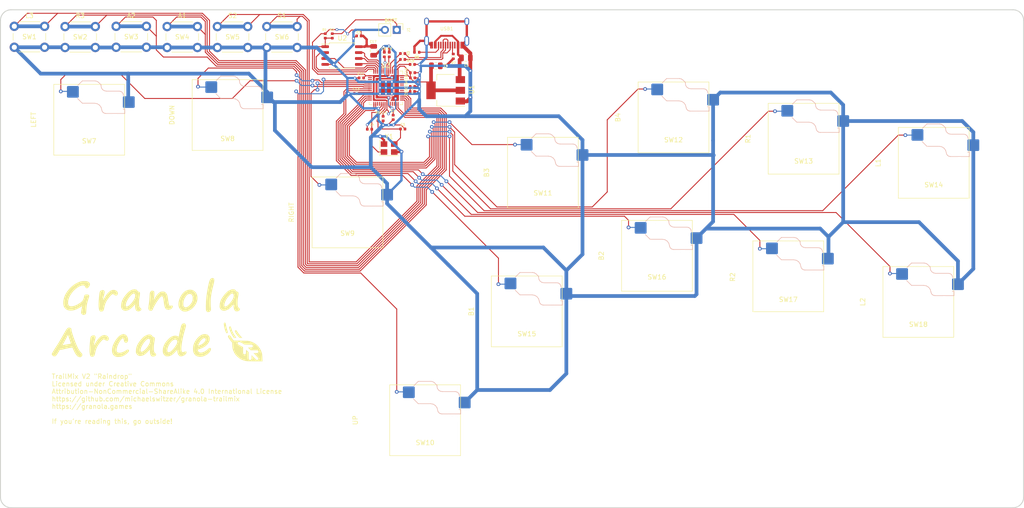
<source format=kicad_pcb>
(kicad_pcb (version 20211014) (generator pcbnew)
  (layers (0 "F.Cu" signal) (31 "B.Cu" signal) (34 "B.Paste" user) (35 "F.Paste" user) (36 "B.SilkS" user "B.Silkscreen") (37 "F.SilkS" user "F.Silkscreen") (38 "B.Mask" user) (39 "F.Mask" user) (44 "Edge.Cuts" user))
  (net 0 "")
  (net 1 "/XIN")
  (net 2 "GND")
  (net 3 "Net-(C3-Pad1)")
  (net 4 "VBUS")
  (net 5 "+3V3")
  (net 6 "+1V1")
  (net 7 "/~{USB_BOOT}")
  (net 8 "/USB_D-")
  (net 9 "/USB_D+")
  (net 10 "/QSPI_SS")
  (net 11 "/XOUT")
  (net 12 "Net-(R4-Pad2)")
  (net 13 "Net-(R3-Pad2)")
  (net 14 "/L3")
  (net 15 "/R3")
  (net 16 "/A2")
  (net 17 "/A1")
  (net 18 "/S1")
  (net 19 "/S2")
  (net 20 "/LEFT")
  (net 21 "/DOWN")
  (net 22 "/RIGHT")
  (net 23 "/UP")
  (net 24 "/1P")
  (net 25 "/2P")
  (net 26 "/3P")
  (net 27 "/4P")
  (net 28 "/1K")
  (net 29 "/2K")
  (net 30 "/3K")
  (net 31 "/4K")
  (net 32 "/QSPI_SD1")
  (net 33 "/QSPI_SD2")
  (net 34 "/QSPI_SD0")
  (net 35 "/QSPI_SCLK")
  (net 36 "/QSPI_SD3")
  (net 37 "/GPIO0")
  (net 38 "/GPIO1")
  (net 39 "/GPIO14")
  (net 40 "/GPIO15")
  (net 41 "/SWCLK")
  (net 42 "/SWD")
  (net 43 "/RUN")
  (net 44 "/GPIO22")
  (net 45 "/GPIO23")
  (net 46 "/GPIO24")
  (net 47 "/GPIO25")
  (net 48 "/GPIO26_ADC0")
  (net 49 "/GPIO27_ADC1")
  (net 50 "/GPIO28_ADC2")
  (net 51 "/GPIO29_ADC3")
  (net 52 "Net-(R6-Pad1)")
  (net 53 "Net-(R7-Pad1)")
  (footprint "Type-C:HRO-TYPE-C-31-M-12-Assembly" (layer "F.Cu") (at 136.4594 35.2075 180)
    (fp_text reference "USB1")
    (fp_text value "HRO-TYPE-C-31-M-12")
  )
  (footprint "Switch_Keyboard_Hotswap_Kailh:SW_Hotswap_Kailh_Choc_V1V2_1.00u" (layer "F.Cu") (at 209.806 92.546)
    (fp_text reference "SW17")
    (fp_text value "MX_Switch")
  )
  (footprint "Capacitor_SMD:C_0402_1005Metric" (layer "F.Cu") (at 129.1362 48.8188)
    (fp_text reference "C10")
    (fp_text value "1u")
  )
  (footprint "Package_SO:SOIC-8_5.23x5.23mm_P1.27mm" (layer "F.Cu") (at 113.9698 45.1358)
    (fp_text reference "U2")
    (fp_text value "W25Q128JVS")
  )
  (footprint "Button_Switch_THT:SW_PUSH_6mm" (layer "F.Cu") (at 76.4298 38.91)
    (fp_text reference "SW4")
    (fp_text value "6mm_Button")
  )
  (footprint "Capacitor_SMD:C_0402_1005Metric" (layer "F.Cu") (at 117.1194 53.2892 180)
    (fp_text reference "C13")
    (fp_text value "100n")
  )
  (footprint "Switch_Keyboard_Hotswap_Kailh:SW_Hotswap_Kailh_Choc_V1V2_1.00u" (layer "F.Cu") (at 241.046 68.176)
    (fp_text reference "SW14")
    (fp_text value "MX_Switch")
  )
  (footprint "Crystal:Crystal_SMD_3225-4Pin_3.2x2.5mm" (layer "F.Cu") (at 124.1044 64.9986)
    (fp_text reference "Y1")
    (fp_text value "ABLS-12.000MHZ-B4-T")
  )
  (footprint "Capacitor_SMD:C_0402_1005Metric" (layer "F.Cu") (at 124.968 58.42 -90)
    (fp_text reference "C7")
    (fp_text value "100n")
  )
  (footprint "Capacitor_SMD:C_0402_1005Metric" (layer "F.Cu") (at 117.602 40.9194 180)
    (fp_text reference "C5")
    (fp_text value "100n")
  )
  (footprint "LOGO" (layer "F.Cu") (at 75.184 103.043674)
    (fp_text reference "G***" hide)
    (fp_text value "LOGO" hide)
  )
  (footprint "Capacitor_SMD:C_0402_1005Metric" (layer "F.Cu") (at 124.1298 44.9326 90)
    (fp_text reference "C9")
    (fp_text value "100n")
  )
  (footprint "RP2040_minimal:RP2040-QFN-56" (layer "F.Cu") (at 123.4186 52.07)
    (fp_text reference "U3")
    (fp_text value "RP2040")
  )
  (footprint "Button_Switch_THT:SW_PUSH_6mm" (layer "F.Cu") (at 65.4824 38.8592)
    (fp_text reference "SW3")
    (fp_text value "6mm_Button")
  )
  (footprint "Switch_Keyboard_Hotswap_Kailh:SW_Hotswap_Kailh_Choc_V1V2_1.00u" (layer "F.Cu") (at 237.744 98.044)
    (fp_text reference "SW18")
    (fp_text value "MX_Switch")
  )
  (footprint "Capacitor_SMD:C_0402_1005Metric" (layer "F.Cu") (at 127 44.704 180)
    (fp_text reference "R3")
    (fp_text value "27")
  )
  (footprint "Capacitor_SMD:C_0805_2012Metric" (layer "F.Cu") (at 134.1378 47.3462)
    (fp_text reference "C2")
    (fp_text value "10u")
  )
  (footprint "Button_Switch_THT:SW_PUSH_6mm" (layer "F.Cu") (at 54.5096 38.91)
    (fp_text reference "SW2")
    (fp_text value "6mm_Button")
  )
  (footprint "Capacitor_SMD:C_0402_1005Metric" (layer "F.Cu") (at 118.1354 49.9364 180)
    (fp_text reference "C11")
    (fp_text value "100n")
  )
  (footprint "Capacitor_SMD:C_0402_1005Metric" (layer "F.Cu") (at 129.0828 52.8574)
    (fp_text reference "C12")
    (fp_text value "100n")
  )
  (footprint "Button_Switch_THT:SW_PUSH_6mm" (layer "F.Cu") (at 97.842 38.91)
    (fp_text reference "SW6")
    (fp_text value "6mm_Button")
  )
  (footprint "Capacitor_SMD:C_0402_1005Metric" (layer "F.Cu") (at 129.1362 49.9364)
    (fp_text reference "C16")
    (fp_text value "100n")
  )
  (footprint "Capacitor_SMD:C_0402_1005Metric" (layer "F.Cu") (at 119.888 60.96 180)
    (fp_text reference "C4")
    (fp_text value "27p")
  )
  (footprint "Switch_Keyboard_Hotswap_Kailh:SW_Hotswap_Kailh_Choc_V1V2_1.00u" (layer "F.Cu") (at 153.6544 100.076)
    (fp_text reference "SW15")
    (fp_text value "MX_Switch")
  )
  (footprint "Button_Switch_THT:SW_PUSH_6mm" (layer "F.Cu") (at 43.613 38.8592)
    (fp_text reference "SW1")
    (fp_text value "6mm_Button")
  )
  (footprint "Package_TO_SOT_SMD:SOT-223-3_TabPin2" (layer "F.Cu") (at 136.246 52.604 180)
    (fp_text reference "U1")
    (fp_text value "AMS1117-3.3_SOT223")
  )
  (footprint "Switch_Keyboard_Hotswap_Kailh:SW_Hotswap_Kailh_Choc_V1V2_1.00u" (layer "F.Cu") (at 59.69 58.928)
    (fp_text reference "SW7")
    (fp_text value "MX_Switch")
  )
  (footprint "Capacitor_SMD:C_0402_1005Metric" (layer "F.Cu") (at 110.3884 40.9194 -90)
    (fp_text reference "R2")
    (fp_text value "DNF")
  )
  (footprint "Capacitor_SMD:C_0805_2012Metric" (layer "F.Cu") (at 140.5894 45.6444)
    (fp_text reference "C1")
    (fp_text value "10u")
  )
  (footprint "Capacitor_SMD:C_0402_1005Metric" (layer "F.Cu") (at 111.887 40.9194 90)
    (fp_text reference "R1")
    (fp_text value "1k")
  )
  (footprint "Switch_Keyboard_Hotswap_Kailh:SW_Hotswap_Kailh_Choc_V1V2_1.00u" (layer "F.Cu") (at 157.1204 70.29)
    (fp_text reference "SW11")
    (fp_text value "MX_Switch")
  )
  (footprint "Switch_Keyboard_Hotswap_Kailh:SW_Hotswap_Kailh_Choc_V1V2_1.00u" (layer "F.Cu") (at 115.1636 78.8162)
    (fp_text reference "SW9")
    (fp_text value "MX_Switch")
  )
  (footprint "Button_Switch_THT:SW_PUSH_6mm" (layer "F.Cu") (at 87.2248 38.91)
    (fp_text reference "SW5")
    (fp_text value "6mm_Button")
  )
  (footprint "Capacitor_SMD:C_0402_1005Metric" (layer "F.Cu") (at 123.063 44.9326 90)
    (fp_text reference "C6")
    (fp_text value "100n")
  )
  (footprint "Switch_Keyboard_Hotswap_Kailh:SW_Hotswap_Kailh_Choc_V1V2_1.00u" (layer "F.Cu") (at 131.826 123.444)
    (fp_text reference "SW10")
    (fp_text value "MX_Switch")
  )
  (footprint "Capacitor_SMD:C_0402_1005Metric" (layer "F.Cu") (at 129.0828 47.0408)
    (fp_text reference "C8")
    (fp_text value "1u")
  )
  (footprint "Capacitor_SMD:C_0402_1005Metric" (layer "F.Cu") (at 121.7168 58.674 -90)
    (fp_text reference "R5")
    (fp_text value "1k")
  )
  (footprint "Connector_PinHeader_2.54mm:PinHeader_1x02_P2.54mm_Vertical" (layer "F.Cu") (at 125.735 39.624 -90)
    (fp_text reference "J1")
    (fp_text value "Conn_01x02")
  )
  (footprint "Switch_Keyboard_Hotswap_Kailh:SW_Hotswap_Kailh_Choc_V1V2_1.00u" (layer "F.Cu") (at 89.408 57.912)
    (fp_text reference "SW8")
    (fp_text value "MX_Switch")
  )
  (footprint "Resistor_SMD:R_0402_1005Metric" (layer "F.Cu") (at 137.8734 45.312359 -90)
    (fp_text reference "R7")
    (fp_text value "5.1k")
  )
  (footprint "Switch_Keyboard_Hotswap_Kailh:SW_Hotswap_Kailh_Choc_V1V2_1.00u" (layer "F.Cu") (at 185.166 58.42)
    (fp_text reference "SW12")
    (fp_text value "MX_Switch")
  )
  (footprint "Capacitor_SMD:C_0805_2012Metric" (layer "F.Cu") (at 120.777 44.1198 -90)
    (fp_text reference "C17")
    (fp_text value "10u")
  )
  (footprint "Switch_Keyboard_Hotswap_Kailh:SW_Hotswap_Kailh_Choc_V1V2_1.00u" (layer "F.Cu") (at 181.61 88.138)
    (fp_text reference "SW16")
    (fp_text value "MX_Switch")
  )
  (footprint "Capacitor_SMD:C_0402_1005Metric" (layer "F.Cu") (at 122.809 58.674 -90)
    (fp_text reference "C14")
    (fp_text value "100n")
  )
  (footprint "Capacitor_SMD:C_0402_1005Metric" (layer "F.Cu") (at 127.0254 60.9092)
    (fp_text reference "C3")
    (fp_text value "27p")
  )
  (footprint "Switch_Keyboard_Hotswap_Kailh:SW_Hotswap_Kailh_Choc_V1V2_1.00u" (layer "F.Cu") (at 213.102 62.998)
    (fp_text reference "SW13")
    (fp_text value "MX_Switch")
  )
  (footprint "Capacitor_SMD:C_0402_1005Metric" (layer "F.Cu") (at 129.1082 51.7822)
    (fp_text reference "C15")
    (fp_text value "100n")
  )
  (footprint "Resistor_SMD:R_0402_1005Metric" (layer "F.Cu") (at 130.048 44.434 180)
    (fp_text reference "R6")
    (fp_text value "5.1k")
  )
  (footprint "Capacitor_SMD:C_0402_1005Metric" (layer "F.Cu") (at 127 45.974 180)
    (fp_text reference "R4")
    (fp_text value "27")
  )
  (gr_arc (start 40.64 37.592) (mid 41.309554 35.975554) (end 42.926 35.306) (layer "Edge.Cuts") (width 0.2))
  (gr_arc (start 258.064 35.306) (mid 259.680446 35.975554) (end 260.35 37.592) (layer "Edge.Cuts") (width 0.2))
  (gr_line (start 42.926 35.306) (end 258.064 35.306) (layer "Edge.Cuts") (width 0.2))
  (gr_line (start 40.64 139.954) (end 40.64 37.592) (layer "Edge.Cuts") (width 0.2))
  (gr_line (start 260.35 37.592) (end 260.35 139.954) (layer "Edge.Cuts") (width 0.2))
  (gr_line (start 258.064 142.24) (end 42.926 142.24) (layer "Edge.Cuts") (width 0.2))
  (gr_arc (start 260.35 139.954) (mid 259.680446 141.570446) (end 258.064 142.24) (layer "Edge.Cuts") (width 0.2))
  (gr_arc (start 42.926 142.24) (mid 41.309554 141.570446) (end 40.64 139.954) (layer "Edge.Cuts") (width 0.2))
  (gr_text "R3" (at 57.7596 36.576) (layer "F.SilkS") (effects (font (size 1 1))))
  (gr_text "S2" (at 90.4748 36.576) (layer "F.SilkS") (effects (font (size 1 1))))
  (gr_text "BOOT" (at 124.46 37.592) (layer "F.SilkS") (effects (font (size 0.7 0.7))))
  (gr_text "B3" (at 145.034 70.29 90) (layer "F.SilkS") (effects (font (size 1 1))))
  (gr_text "DOWN" (at 77.47 57.912 90) (layer "F.SilkS") (effects (font (size 1 1))))
  (gr_text "L1" (at 229.108 68.176 90) (layer "F.SilkS") (effects (font (size 1 1))))
  (gr_text "L2" (at 225.806 98.044 90) (layer "F.SilkS") (effects (font (size 1 1))))
  (gr_text "R1" (at 201.168 62.992 90) (layer "F.SilkS") (effects (font (size 1 1))))
  (gr_text "RIGHT" (at 103.124 78.8162 90) (layer "F.SilkS") (effects (font (size 1 1))))
  (gr_text "A2" (at 68.7324 36.576) (layer "F.SilkS") (effects (font (size 1 1))))
  (gr_text "A1" (at 79.6798 36.576) (layer "F.SilkS") (effects (font (size 1 1))))
  (gr_text "TrailMix V2 {dblquote}Raindrop{dblquote}\nLicensed under Creative Commons \nAttribution-NonCommercial-ShareAlike 4.0 International License\nhttps://github.com/michaelswitzer/granola-trailmix\nhttps://granola.games\n\nIf you're reading this, go outside!" (at 51.562 118.872) (layer "F.SilkS") (effects (font (size 1 1)) (justify left)))
  (gr_text "B2" (at 169.672 88.138 90) (layer "F.SilkS") (effects (font (size 1 1))))
  (gr_text "R2" (at 197.866 92.71 90) (layer "F.SilkS") (effects (font (size 1 1))))
  (gr_text "L3" (at 46.863 36.576) (layer "F.SilkS") (effects (font (size 1 1))))
  (gr_text "LEFT" (at 47.752 58.928 90) (layer "F.SilkS") (effects (font (size 1 1))))
  (gr_text "B1" (at 141.732 100.076 90) (layer "F.SilkS") (effects (font (size 1 1))))
  (gr_text "UP" (at 116.84 123.444 90) (layer "F.SilkS") (effects (font (size 1 1))))
  (gr_text "B4" (at 173.228 58.42 90) (layer "F.SilkS") (effects (font (size 1 1))))
  (gr_text "S1" (at 101.092 36.576) (layer "F.SilkS") (effects (font (size 1 1))))
  (segment (start 121.7286 65.8486) (end 123.0044 65.8486) (width 0.2) (layer "F.Cu") (net 1))
  (segment (start 120.368 57.3532) (end 120.368 60.96) (width 0.2) (layer "F.Cu") (net 1))
  (segment (start 122.8186 56.321333) (end 121.786733 57.3532) (width 0.2) (layer "F.Cu") (net 1))
  (segment (start 121.786733 57.3532) (end 120.368 57.3532) (width 0.2) (layer "F.Cu") (net 1))
  (segment (start 120.368 60.96) (end 120.368 64.488) (width 0.2) (layer "F.Cu") (net 1))
  (segment (start 120.368 64.488) (end 121.7286 65.8486) (width 0.2) (layer "F.Cu") (net 1))
  (segment (start 122.8186 55.5075) (end 122.8186 56.321333) (width 0.2) (layer "F.Cu") (net 1))
  (segment (start 141.5394 44.6325) (end 139.8094 42.9025) (width 0.8) (layer "F.Cu") (net 2))
  (segment (start 127.5054 60.9092) (end 126.6418 60.0456) (width 0.2) (layer "F.Cu") (net 2))
  (segment (start 122.4186 56.039975) (end 122.4186 55.5075) (width 0.2) (layer "F.Cu") (net 2))
  (segment (start 141.5394 45.6444) (end 141.5394 48.4286) (width 0.8) (layer "F.Cu") (net 2))
  (segment (start 121.1224 45.0698) (end 122.936 43.2562) (width 0.5) (layer "F.Cu") (net 2))
  (segment (start 136.5254 47.3462) (end 136.5254 47.170359) (width 0.5) (layer "F.Cu") (net 2))
  (segment (start 129.6162 49.9364) (end 130.6348 49.9364) (width 0.2) (layer "F.Cu") (net 2))
  (segment (start 130.7325 41.9875) (end 129.538 43.182) (width 0.5) (layer "F.Cu") (net 2))
  (segment (start 139.4582 54.9662) (end 139.396 54.904) (width 0.8) (layer "F.Cu") (net 2))
  (segment (start 130.6068 52.8574) (end 129.5628 52.8574) (width 0.2) (layer "F.Cu") (net 2))
  (segment (start 126.6418 60.0456) (end 125.0442 60.0456) (width 0.2) (layer "F.Cu") (net 2))
  (segment (start 140.818 54.9662) (end 139.4582 54.9662) (width 0.8) (layer "F.Cu") (net 2))
  (segment (start 124.1298 43.18) (end 124.0536 43.1038) (width 0.5) (layer "F.Cu") (net 2))
  (segment (start 140.6244 41.9875) (end 139.7094 42.9025) (width 0.5) (layer "F.Cu") (net 2))
  (segment (start 141.5394 54.0874) (end 141.5394 54.2448) (width 0.8) (layer "F.Cu") (net 2))
  (segment (start 119.408 60.96) (end 119.408 59.9974) (width 0.2) (layer "F.Cu") (net 2))
  (segment (start 135.0878 47.3462) (end 136.5254 47.3462) (width 0.5) (layer "F.Cu") (net 2))
  (segment (start 116.7384 49.9785) (end 116.7805 49.9364) (width 0.2) (layer "F.Cu") (net 2))
  (segment (start 123.0044 63.3144) (end 122.174 62.484) (width 0.5) (layer "F.Cu") (net 2))
  (segment (start 125.2044 65.8486) (end 126.6834 65.8486) (width 0.5) (layer "F.Cu") (net 2))
  (segment (start 129.538 43.182) (end 129.538 44.434) (width 0.5) (layer "F.Cu") (net 2))
  (segment (start 123.0044 64.1486) (end 123.0044 63.3144) (width 0.5) (layer "F.Cu") (net 2))
  (segment (start 112.1868 47.0408) (end 112.1893 47.0383) (width 0.2) (layer "F.Cu") (net 2))
  (segment (start 121.985271 56.473304) (end 122.4186 56.039975) (width 0.2) (layer "F.Cu") (net 2))
  (segment (start 129.6162 48.8188) (end 130.6686 48.8188) (width 0.2) (layer "F.Cu") (net 2))
  (segment (start 117.122 40.9194) (end 116.9924 40.9194) (width 0.2) (layer "F.Cu") (net 2))
  (segment (start 136.5254 47.170359) (end 137.8734 45.822359) (width 0.5) (layer "F.Cu") (net 2))
  (segment (start 121.8181 56.473304) (end 121.985271 56.473304) (width 0.2) (layer "F.Cu") (net 2))
  (segment (start 129.5628 47.0408) (end 130.6068 47.0408) (width 0.2) (layer "F.Cu") (net 2))
  (segment (start 141.5394 54.2448) (end 140.818 54.9662) (width 0.8) (layer "F.Cu") (net 2))
  (segment (start 116.6394 53.2892) (end 115.3922 53.2892) (width 0.2) (layer "F.Cu") (net 2))
  (segment (start 124.0028 59.8652) (end 124.0028 60.0456) (width 0.2) (layer "F.Cu") (net 2))
  (segment (start 132.1394 41.9875) (end 130.7325 41.9875) (width 0.5) (layer "F.Cu") (net 2))
  (segment (start 110.3698 47.0408) (end 112.1868 47.0408) (width 0.2) (layer "F.Cu") (net 2))
  (segment (start 120.777 45.0698) (end 121.1224 45.0698) (width 0.5) (layer "F.Cu") (net 2))
  (segment (start 116.9924 40.9194) (end 116.4336 41.4782) (width 0.2) (layer "F.Cu") (net 2))
  (segment (start 119.408 59.9974) (end 119.4054 59.9948) (width 0.2) (layer "F.Cu") (net 2))
  (segment (start 140.7794 41.9875) (end 140.6244 41.9875) (width 0.5) (layer "F.Cu") (net 2))
  (segment (start 124.1298 44.4526) (end 124.1298 43.18) (width 0.5) (layer "F.Cu") (net 2))
  (segment (start 133.0544 42.9025) (end 132.1394 41.9875) (width 0.5) (layer "F.Cu") (net 2))
  (segment (start 132.1394 37.8075) (end 132.1394 41.9875) (width 0.5) (layer "F.Cu") (net 2))
  (segment (start 130.6238 51.7822) (end 129.5882 51.7822) (width 0.2) (layer "F.Cu") (net 2))
  (segment (start 126.6834 65.8486) (end 126.746 65.786) (width 0.5) (layer "F.Cu") (net 2))
  (segment (start 122.809 59.154) (end 122.809 60.071) (width 0.2) (layer "F.Cu") (net 2))
  (segment (start 124.968 58.9) (end 124.0028 59.8652) (width 0.2) (layer "F.Cu") (net 2))
  (segment (start 140.7794 37.8075) (end 132.1394 37.8075) (width 0.5) (layer "F.Cu") (net 2))
  (segment (start 116.7805 49.9364) (end 117.6554 49.9364) (width 0.2) (layer "F.Cu") (net 2))
  (segment (start 133.2094 42.9025) (end 133.0544 42.9025) (width 0.5) (layer "F.Cu") (net 2))
  (segment (start 123.063 44.4526) (end 123.063 43.3832) (width 0.5) (layer "F.Cu") (net 2))
  (segment (start 140.7794 41.9875) (end 140.7794 37.8075) (width 0.5) (layer "F.Cu") (net 2))
  (segment (start 123.063 43.3832) (end 122.936 43.2562) (width 0.5) (layer "F.Cu") (net 2))
  (segment (start 141.5394 45.6444) (end 141.5394 44.6325) (width 0.8) (layer "F.Cu") (net 2))
  (via (at 141.5394 54.0874) (size 0.6) (drill 0.35) (layers "F.Cu" "B.Cu") (net 2))
  (via (at 115.3922 53.2892) (size 0.6) (drill 0.35) (layers "F.Cu" "B.Cu") (net 2))
  (via (at 116.4336 41.4782) (size 0.6) (drill 0.35) (layers "F.Cu" "B.Cu") (net 2))
  (via (at 141.5394 48.4286) (size 0.6) (drill 0.35) (layers "F.Cu" "B.Cu") (net 2))
  (via (at 130.6686 48.8188) (size 0.6) (drill 0.35) (layers "F.Cu" "B.Cu") (net 2))
  (via (at 119.4054 59.9948) (size 0.6) (drill 0.35) (layers "F.Cu" "B.Cu") (net 2))
  (via (at 124.0536 43.1038) (size 0.6) (drill 0.35) (layers "F.Cu" "B.Cu") (net 2))
  (via (at 121.8181 56.473304) (size 0.6) (drill 0.35) (layers "F.Cu" "B.Cu") (net 2))
  (via (at 125.0442 60.0456) (size 0.6) (drill 0.35) (layers "F.Cu" "B.Cu") (net 2))
  (via (at 116.7384 49.9785) (size 0.6) (drill 0.35) (layers "F.Cu" "B.Cu") (net 2))
  (via (at 130.6348 49.9364) (size 0.6) (drill 0.35) (layers "F.Cu" "B.Cu") (net 2))
  (via (at 122.809 60.071) (size 0.6) (drill 0.35) (layers "F.Cu" "B.Cu") (net 2))
  (via (at 122.936 43.2562) (size 0.6) (drill 0.35) (layers "F.Cu" "B.Cu") (net 2))
  (via (at 112.1893 47.0383) (size 0.6) (drill 0.35) (layers "F.Cu" "B.Cu") (net 2))
  (via (at 126.746 65.786) (size 0.8) (drill 0.4) (layers "F.Cu" "B.Cu") (net 2))
  (via (at 130.6068 52.8574) (size 0.6) (drill 0.35) (layers "F.Cu" "B.Cu") (net 2))
  (via (at 124.0028 60.0456) (size 0.6) (drill 0.35) (layers "F.Cu" "B.Cu") (net 2))
  (via (at 130.6238 51.7822) (size 0.6) (drill 0.35) (layers "F.Cu" "B.Cu") (net 2))
  (via (at 122.174 62.484) (size 0.8) (drill 0.4) (layers "F.Cu" "B.Cu") (net 2))
  (via (at 136.5254 47.3462) (size 0.6) (drill 0.35) (layers "F.Cu" "B.Cu") (net 2))
  (via (at 130.6068 47.0408) (size 0.6) (drill 0.35) (layers "F.Cu" "B.Cu") (net 2))
  (segment (start 112.1893 47.0383) (end 108.561 43.41) (width 0.8) (layer "B.Cu") (net 2))
  (segment (start 124.6936 52.07) (end 130.336 52.07) (width 0.5) (layer "B.Cu") (net 2))
  (segment (start 93.7248 43.41) (end 97.842 43.41) (width 0.8) (layer "B.Cu") (net 2))
  (segment (start 143.012 116.958) (end 140.326 119.644) (width 0.8) (layer "B.Cu") (net 2))
  (segment (start 237.884 80.912) (end 246.244 89.272) (width 0.8) (layer "B.Cu") (net 2))
  (segment (start 249.546 61.586) (end 249.546 64.376) (width 0.8) (layer "B.Cu") (net 2))
  (segment (start 122.1436 53.345) (end 122.1436 52.07) (width 0.5) (layer "B.Cu") (net 2))
  (segment (start 123.4186 52.07) (end 124.6936 52.07) (width 0.5) (layer "B.Cu") (net 2))
  (segment (start 82.9298 43.41) (end 87.2248 43.41) (width 0.8) (layer "B.Cu") (net 2))
  (segment (start 115.1295 53.0265) (end 115.1295 49.9785) (width 0.5) (layer "B.Cu") (net 2))
  (segment (start 125.464 50.170861) (end 124.839861 50.795) (width 0.5) (layer "B.Cu") (net 2))
  (segment (start 130.6686 49.9026) (end 130.6348 49.9364) (width 0.2) (layer "B.Cu") (net 2))
  (segment (start 221.602 59.198) (end 221.602 80.912) (width 0.8) (layer "B.Cu") (net 2))
  (segment (start 123.4186 52.07) (end 123.4186 50.795) (width 0.5) (layer "B.Cu") (net 2))
  (segment (start 130.9122 47.3462) (end 130.6068 47.0408) (width 0.5) (layer "B.Cu") (net 2))
  (segment (start 158.632 116.958) (end 162.1544 113.4356) (width 0.8) (layer "B.Cu") (net 2))
  (segment (start 93.98 49.022) (end 97.908 52.95) (width 0.8) (layer "B.Cu") (net 2))
  (segment (start 129.7762 50.795) (end 129.7762 50.9126) (width 0.5) (layer "B.Cu") (net 2))
  (segment (start 143.012 96.276) (end 143.012 116.958) (width 0.8) (layer "B.Cu") (net 2))
  (segment (start 121.8181 59.0801) (end 122.809 60.071) (width 0.5) (layer "B.Cu") (net 2))
  (segment (start 195.2 53.086) (end 218.948 53.086) (width 0.8) (layer "B.Cu") (net 2))
  (segment (start 130.556 52.9082) (end 130.6068 52.8574) (width 0.2) (layer "B.Cu") (net 2))
  (segment (start 122.936 43.2562) (end 122.1436 44.0486) (width 0.5) (layer "B.Cu") (net 2))
  (segment (start 122.1436 44.0486) (end 122.1436 50.795) (width 0.5) (layer "B.Cu") (net 2))
  (segment (start 140.4926 47.3818) (end 136.6118 47.3818) (width 0.8) (layer "B.Cu") (net 2))
  (segment (start 97.5446 43.41) (end 97.5446 53.7486) (width 0.8) (layer "B.Cu") (net 2))
  (segment (start 218.44 88.612) (end 218.306 88.746) (width 0.8) (layer "B.Cu") (net 2))
  (segment (start 50.113 43.3592) (end 54.4588 43.3592) (width 0.8) (layer "B.Cu") (net 2))
  (segment (start 160.528 58.166) (end 165.6204 63.2584) (width 0.8) (layer "B.Cu") (net 2))
  (segment (start 99.304 55.128) (end 99.324 55.128) (width 0.8) (layer "B.Cu") (net 2))
  (segment (start 124.6936 53.345) (end 130.1192 53.345) (width 0.5) (layer "B.Cu") (net 2))
  (segment (start 157.226 86.36) (end 162.1544 91.2884) (width 0.8) (layer "B.Cu") (net 2))
  (segment (start 65.4824 43.3592) (end 71.9824 43.3592) (width 0.8) (layer "B.Cu") (net 2))
  (segment (start 65.4316 43.41) (end 65.4824 43.3592) (width 0.8) (layer "B.Cu") (net 2))
  (segment (start 120.1636 69.1096) (end 120.1636 62.7164) (width 0.8) (layer "B.Cu") (net 2))
  (segment (start 136.5254 47.3462) (end 130.9122 47.3462) (width 0.5) (layer "B.Cu") (net 2))
  (segment (start 133.096 86.36) (end 157.226 86.36) (width 0.8) (layer "B.Cu") (net 2))
  (segment (start 120.1636 62.7164) (end 122.809 60.071) (width 0.8) (layer "B.Cu") (net 2))
  (segment (start 165.6204 66.49) (end 193.744 66.49) (width 0.8) (layer "B.Cu") (net 2))
  (segment (start 141.5394 48.4286) (end 141.5394 54.0874) (width 0.8) (layer "B.Cu") (net 2))
  (segment (start 68.072 55.01) (end 68.19 55.128) (width 0.8) (layer "B.Cu") (net 2))
  (segment (start 97.908 52.95) (end 97.908 54.112) (width 0.8) (layer "B.Cu") (net 2))
  (segment (start 87.2248 43.41) (end 93.7248 43.41) (width 0.8) (layer "B.Cu") (net 2))
  (segment (start 123.6636 72.6096) (end 123.6636 75.0162) (width 0.8) (layer "B.Cu") (net 2))
  (segment (start 68.072 49.022) (end 49.2758 49.022) (width 0.8) (layer "B.Cu") (net 2))
  (segment (start 126.746 65.786) (end 123.444 62.484) (width 0.5) (layer "B.Cu") (net 2))
  (segment (start 122.174 62.484) (end 120.396 62.484) (width 0.5) (layer "B.Cu") (net 2))
  (segment (start 130.6686 48.8188) (end 130.6686 49.9026) (width 0.5) (layer "B.Cu") (net 2))
  (segment (start 132.1394 45.5082) (end 130.6068 47.0408) (width 0.5) (layer "B.Cu") (net 2))
  (segment (start 140.462 58.166) (end 160.528 58.166) (width 0.8) (layer "B.Cu") (net 2))
  (segment (start 130.6348 51.7712) (end 130.6238 51.7822) (width 0.2) (layer "B.Cu") (net 2))
  (segment (start 99.568 61.214) (end 107.4636 69.1096) (width 0.8) (layer "B.Cu") (net 2))
  (segment (start 118.550904 56.473304) (end 121.8181 56.473304) (width 0.5) (layer "B.Cu") (net 2))
  (segment (start 120.1636 69.1096) (end 123.6636 72.6096) (width 0.8) (layer "B.Cu") (net 2))
  (segment (start 247.158 59.198) (end 249.546 61.586) (width 0.8) (layer "B.Cu") (net 2))
  (segment (start 122.1436 53.345) (end 123.4186 53.345) (width 0.5) (layer "B.Cu") (net 2))
  (segment (start 162.1544 113.4356) (end 162.1544 96.276) (width 0.8) (layer "B.Cu") (net 2))
  (segment (start 68.072 49.022) (end 93.98 49.022) (width 0.8) (layer "B.Cu") (net 2))
  (segment (start 130.556 56.642) (end 132.08 58.166) (width 0.8) (layer "B.Cu") (net 2))
  (segment (start 123.6636 75.0162) (end 123.6636 76.9276) (width 0.8) (layer "B.Cu") (net 2))
  (segment (start 193.744 66.49) (end 193.802 66.548) (width 0.8) (layer "B.Cu") (net 2))
  (segment (start 115.1295 49.9785) (end 116.7384 49.9785) (width 0.5) (layer "B.Cu") (net 2))
  (segment (start 99.304 55.128) (end 98.288 54.112) (width 0.8) (layer "B.Cu") (net 2))
  (segment (start 122.809 60.071) (end 123.9774 60.071) (width 0.5) (layer "B.Cu") (net 2))
  (segment (start 143.012 116.958) (end 158.632 116.958) (width 0.8) (layer "B.Cu") (net 2))
  (segment (start 130.6068 54.483) (end 130.6068 52.8574) (width 0.5) (layer "B.Cu") (net 2))
  (segment (start 116.4336 41.4782) (end 116.4336 42.794) (width 0.5) (layer "B.Cu") (net 2))
  (segment (start 54.5096 43.41) (end 61.0096 43.41) (width 0.8) (layer "B.Cu") (net 2))
  (segment (start 162.6524 96.774) (end 189.738 96.774) (width 0.8) (layer "B.Cu") (net 2))
  (segment (start 112.1893 47.0383) (end 115.1295 49.9785) (width 0.5) (layer "B.Cu") (net 2))
  (segment (start 221.602 80.912) (end 237.884 80.912) (width 0.8) (layer "B.Cu") (net 2))
  (segment (start 125.0442 60.0456) (end 130.6068 54.483) (width 0.5) (layer "B.Cu") (net 2))
  (segment (start 162.1544 96.276) (end 162.6524 96.774) (width 0.8) (layer "B.Cu") (net 2))
  (segment (start 130.1192 53.345) (end 130.6068 52.8574) (width 0.5) (layer "B.Cu") (net 2))
  (segment (start 122.1436 50.795) (end 117.5549 50.795) (width 0.5) (layer "B.Cu") (net 2))
  (segment (start 113.5788 55.128) (end 99.304 55.128) (width 0.8) (layer "B.Cu") (net 2))
  (segment (start 121.8181 56.473304) (end 121.8181 59.0801) (width 0.5) (layer "B.Cu") (net 2))
  (segment (start 130.336 52.07) (end 130.6348 51.7712) (width 0.5) (layer "B.Cu") (net 2))
  (segment (start 129.7762 50.795) (end 130.6348 49.9364) (width 0.5) (layer "B.Cu") (net 2))
  (segment (start 123.4186 53.345) (end 124.6936 53.345) (width 0.5) (layer "B.Cu") (net 2))
  (segment (start 189.738 96.774) (end 190.11 96.402) (width 0.8) (layer "B.Cu") (net 2))
  (segment (start 165.6204 63.2584) (end 165.6204 66.49) (width 0.8) (layer "B.Cu") (net 2))
  (segment (start 162.1544 91.2884) (end 162.1544 96.276) (width 0.8) (layer "B.Cu") (net 2))
  (segment (start 249.546 90.942) (end 246.244 94.244) (width 0.8) (layer "B.Cu") (net 2))
  (segment (start 123.0884 43.1038) (end 122.936 43.2562) (width 0.5) (layer "B.Cu") (net 2))
  (segment (start 108.561 43.41) (end 97.5446 43.41) (width 0.8) (layer "B.Cu") (net 2))
  (segment (start 43.613 43.3592) (end 50.113 43.3592) (width 0.8) (layer "B.Cu") (net 2))
  (segment (start 193.666 54.62) (end 195.2 53.086) (width 0.8) (layer "B.Cu") (net 2))
  (segment (start 116.4336 40.0304) (end 116.4336 41.4782) (width 0.5) (layer "B.Cu") (net 2))
  (segment (start 123.6636 76.9276) (end 133.096 86.36) (width 0.8) (layer "B.Cu") (net 2))
  (segment (start 120.396 62.484) (end 120.1636 62.7164) (width 0.5) (layer "B.Cu") (net 2))
  (segment (start 116.4336 42.794) (end 112.1893 47.0383) (width 0.5) (layer "B.Cu") (net 2))
  (segment (start 141.5394 54.0874) (end 141.5394 57.0886) (width 0.8) (layer "B.Cu") (net 2))
  (segment (start 218.948 53.086) (end 221.602 55.74) (width 0.8) (layer "B.Cu") (net 2))
  (segment (start 123.4186 50.795) (end 122.1436 50.795) (width 0.5) (layer "B.Cu") (net 2))
  (segment (start 123.4186 52.07) (end 123.4186 53.345) (width 0.5) (layer "B.Cu") (net 2))
  (segment (start 165.6204 87.8224) (end 165.6204 66.49) (width 0.8) (layer "B.Cu") (net 2))
  (segment (start 76.4298 43.41) (end 82.9298 43.41) (width 0.8) (layer "B.Cu") (net 2))
  (segment (start 129.7762 50.9126) (end 130.6348 51.7712) (width 0.5) (layer "B.Cu") (net 2))
  (segment (start 124.0536 43.1038) (end 123.0884 43.1038) (width 0.5) (layer "B.Cu") (net 2))
  (segment (start 123.444 62.484) (end 122.174 62.484) (width 0.5) (layer "B.Cu") (net 2))
  (segment (start 115.3922 53.3146) (end 118.550904 56.473304) (width 0.5) (layer "B.Cu") (net 2))
  (segment (start 122.1436 50.795) (end 122.1436 52.07) (width 0.5) (layer "B.Cu") (net 2))
  (segment (start 141.5394 48.4286) (end 140.4926 47.3818) (width 0.8) (layer "B.Cu") (net 2))
  (segment (start 121.8181 57.5821) (end 119.4054 59.9948) (width 0.5) (layer "B.Cu") (net 2))
  (segment (start 130.9122 48.5752) (end 130.6686 48.8188) (width 0.5) (layer "B.Cu") (net 2))
  (segment (start 221.602 55.74) (end 221.602 59.198) (width 0.8) (layer "B.Cu") (net 2))
  (segment (start 221.602 80.912) (end 218.44 84.074) (width 0.8) (layer "B.Cu") (net 2))
  (segment (start 68.072 49.022) (end 68.072 55.01) (width 0.8) (layer "B.Cu") (net 2))
  (segment (start 49.2758 49.022) (end 43.613 43.3592) (width 0.8) (layer "B.Cu") (net 2))
  (segment (start 122.1436 53.345) (end 115.4226 53.345) (width 0.5) (layer "B.Cu") (net 2))
  (segment (start 132.08 58.166) (end 140.462 58.166) (width 0.8) (layer "B.Cu") (net 2))
  (segment (start 115.3922 53.2892) (end 115.3922 53.3146) (width 0.2) (layer "B.Cu") (net 2))
  (segment (start 97.5446 53.7486) (end 97.908 54.112) (width 0.8) (layer "B.Cu") (net 2))
  (segment (start 125.464 44.5142) (end 125.464 50.170861) (width 0.5) (layer "B.Cu") (net 2))
  (segment (start 193.666 80.782) (end 193.666 63.382) (width 0.8) (layer "B.Cu") (net 2))
  (segment (start 249.546 64.376) (end 249.546 90.942) (width 0.8) (layer "B.Cu") (net 2))
  (segment (start 61.0096 43.41) (end 65.4316 43.41) (width 0.8) (layer "B.Cu") (net 2))
  (segment (start 190.11 84.338) (end 193.666 80.782) (width 0.8) (layer "B.Cu") (net 2))
  (segment (start 107.4636 69.1096) (end 120.1636 69.1096) (width 0.8) (layer "B.Cu") (net 2))
  (segment (start 216.662 82.296) (end 218.44 84.074) (width 0.8) (layer "B.Cu") (net 2))
  (segment (start 115.1295 53.0265) (end 115.3922 53.2892) (width 0.5) (layer "B.Cu") (net 2))
  (segment (start 190.11 96.402) (end 190.11 84.338) (width 0.8) (layer "B.Cu") (net 2))
  (segment (start 126.746 65.786) (end 126.746 71.9338) (width 0.5) (layer "B.Cu") (net 2))
  (segment (start 117.5549 50.795) (end 116.7384 49.9785) (width 0.5) (layer "B.Cu") (net 2))
  (segment (start 125.0442 60.0456) (end 124.0028 60.0456) (width 0.5) (layer "B.Cu") (net 2))
  (segment (start 124.0536 43.1038) (end 125.464 44.5142) (width 0.5) (layer "B.Cu") (net 2))
  (segment (start 218.44 84.074) (end 218.44 88.612) (width 0.8) (layer "B.Cu") (net 2))
  (segment (start 99.568 55.372) (end 99.568 61.214) (width 0.8) (layer "B.Cu") (net 2))
  (segment (start 121.8181 56.473304) (end 121.8181 57.5821) (width 0.2) (layer "B.Cu") (net 2))
  (segment (start 141.5394 57.0886) (end 140.462 58.166) (width 0.8) (layer "B.Cu") (net 2))
  (segment (start 192.278 82.296) (end 216.662 82.296) (width 0.8) (layer "B.Cu") (net 2))
  (segment (start 132.1394 41.9875) (end 132.1394 45.5082) (width 0.5) (layer "B.Cu") (net 2))
  (segment (start 133.096 86.36) (end 136.826 90.09) (width 0.8) (layer "B.Cu") (net 2))
  (segment (start 246.244 89.272) (end 246.244 94.244) (width 0.8) (layer "B.Cu") (net 2))
  (segment (start 193.666 63.382) (end 193.666 54.62) (width 0.8) (layer "B.Cu") (net 2))
  (segment (start 123.195 39.624) (end 116.84 39.624) (width 0.5) (layer "B.Cu") (net 2))
  (segment (start 124.6936 52.07) (end 124.6936 50.795) (width 0.5) (layer "B.Cu") (net 2))
  (segment (start 124.6936 50.795) (end 129.7762 50.795) (width 0.5) (layer "B.Cu") (net 2))
  (segment (start 130.6238 54.5422) (end 130.556 54.61) (width 0.5) (layer "B.Cu") (net 2))
  (segment (start 115.3922 53.3146) (end 113.5788 55.128) (width 0.8) (layer "B.Cu") (net 2))
  (segment (start 54.4588 43.3592) (end 54.5096 43.41) (width 0.8) (layer "B.Cu") (net 2))
  (segment (start 130.556 54.61) (end 130.556 52.9082) (width 0.2) (layer "B.Cu") (net 2))
  (segment (start 124.6936 50.795) (end 123.4186 50.795) (width 0.5) (layer "B.Cu") (net 2))
  (segment (start 126.746 71.9338) (end 123.6636 75.0162) (width 0.5) (layer "B.Cu") (net 2))
  (segment (start 124.839861 50.795) (end 124.6936 50.795) (width 0.5) (layer "B.Cu") (net 2))
  (segment (start 162.1544 91.2884) (end 165.6204 87.8224) (width 0.8) (layer "B.Cu") (net 2))
  (segment (start 99.324 55.128) (end 99.568 55.372) (width 0.8) (layer "B.Cu") (net 2))
  (segment (start 130.6238 51.7822) (end 130.6238 54.5422) (width 0.5) (layer "B.Cu") (net 2))
  (segment (start 116.84 39.624) (end 116.4336 40.0304) (width 0.5) (layer "B.Cu") (net 2))
  (segment (start 115.4226 53.345) (end 115.3922 53.3146) (width 0.5) (layer "B.Cu") (net 2))
  (segment (start 97.842 43.41) (end 104.342 43.41) (width 0.8) (layer "B.Cu") (net 2))
  (segment (start 130.6348 49.9364) (end 130.6348 51.7712) (width 0.5) (layer "B.Cu") (net 2))
  (segment (start 123.9774 60.071) (end 124.0028 60.0456) (width 0.2) (layer "B.Cu") (net 2))
  (segment (start 76.379 43.3592) (end 76.4298 43.41) (width 0.8) (layer "B.Cu") (net 2))
  (segment (start 130.556 54.61) (end 130.556 56.642) (width 0.8) (layer "B.Cu") (net 2))
  (segment (start 143.012 96.276) (end 136.826 90.09) (width 0.8) (layer "B.Cu") (net 2))
  (segment (start 124.6936 53.345) (end 124.6936 52.07) (width 0.5) (layer "B.Cu") (net 2))
  (segment (start 71.9824 43.3592) (end 76.379 43.3592) (width 0.8) (layer "B.Cu") (net 2))
  (segment (start 122.1436 52.07) (end 123.4186 52.07) (width 0.5) (layer "B.Cu") (net 2))
  (segment (start 221.602 59.198) (end 247.158 59.198) (width 0.8) (layer "B.Cu") (net 2))
  (segment (start 130.9122 47.3462) (end 130.9122 48.5752) (width 0.5) (layer "B.Cu") (net 2))
  (segment (start 121.7168 59.154) (end 121.7168 60.833) (width 0.2) (layer "F.Cu") (net 3))
  (segment (start 126.5454 60.9092) (end 126.5454 62.8076) (width 0.2) (layer "F.Cu") (net 3))
  (segment (start 121.7168 60.833) (end 121.793 60.9092) (width 0.2) (layer "F.Cu") (net 3))
  (segment (start 121.793 60.9092) (end 126.5454 60.9092) (width 0.2) (layer "F.Cu") (net 3))
  (segment (start 126.5454 62.8076) (end 125.2044 64.1486) (width 0.2) (layer "F.Cu") (net 3))
  (segment (start 138.9094 42.1354) (end 138.9094 42.9025) (width 0.4) (layer "F.Cu") (net 4))
  (segment (start 134.0094 42.9025) (end 134.0094 42.1341) (width 0.4) (layer "F.Cu") (net 4))
  (segment (start 139.396 50.304) (end 139.2432 50.1512) (width 0.8) (layer "F.Cu") (net 4))
  (segment (start 138.9094 44.9144) (end 138.9094 42.9025) (width 0.5) (layer "F.Cu") (net 4))
  (segment (start 138.9094 44.9144) (end 139.6394 45.6444) (width 0.5) (layer "F.Cu") (net 4))
  (segment (start 134.0094 42.1341) (end 135.2495 40.894) (width 0.4) (layer "F.Cu") (net 4))
  (segment (start 135.2495 40.894) (end 137.668 40.894) (width 0.4) (layer "F.Cu") (net 4))
  (segment (start 139.2432 50.1512) (end 139.2432 46.0406) (width 0.8) (layer "F.Cu") (net 4))
  (segment (start 139.2432 46.0406) (end 139.6394 45.6444) (width 0.8) (layer "F.Cu") (net 4))
  (segment (start 137.668 40.894) (end 138.9094 42.1354) (width 0.4) (layer "F.Cu") (net 4))
  (segment (start 119.0818 49.47) (end 118.6154 49.9364) (width 0.2) (layer "F.Cu") (net 5))
  (segment (start 120.777 43.1698) (end 118.933 43.1698) (width 0.5) (layer "F.Cu") (net 5))
  (segment (start 118.5164 40.9194) (end 119.2784 41.6814) (width 0.5) (layer "F.Cu") (net 5))
  (segment (start 128.6562 48.8188) (end 128.6562 49.9364) (width 0.2) (layer "F.Cu") (net 5))
  (segment (start 109.4968 40.4394) (end 110.3884 40.4394) (width 0.2) (layer "F.Cu") (net 5))
  (segment (start 123.6186 48.6325) (end 123.6186 47.092686) (width 0.2) (layer "F.Cu") (net 5))
  (segment (start 133.096 52.604) (end 133.096 47.438) (width 0.8) (layer "F.Cu") (net 5))
  (segment (start 139.396 52.604) (end 133.096 52.604) (width 0.8) (layer "F.Cu") (net 5))
  (segment (start 117.729 39.6494) (end 118.082 40.0024) (width 0.2) (layer "F.Cu") (net 5))
  (segment (start 126.0256 49.47) (end 126.8561 49.47) (width 0.2) (layer "F.Cu") (net 5))
  (segment (start 129.5198 50.8) (end 132.5728 50.8) (width 0.2) (layer "F.Cu") (net 5))
  (segment (start 115.189 40.4876) (end 116.0272 39.6494) (width 0.2) (layer "F.Cu") (net 5))
  (segment (start 128.3902 53.07) (end 128.6028 52.8574) (width 0.2) (layer "F.Cu") (net 5))
  (segment (start 118.872 43.2308) (end 117.5698 43.2308) (width 0.5) (layer "F.Cu") (net 5))
  (segment (start 120.8186 49.47) (end 120.8278 49.4792) (width 0.2) (layer "F.Cu") (net 5))
  (segment (start 123.6186 55.5075) (end 123.6186 56.7468) (width 0.2) (layer "F.Cu") (net 5))
  (segment (start 119.9811 49.47) (end 120.8186 49.47) (width 0.2) (layer "F.Cu") (net 5))
  (segment (start 119.2784 41.6814) (end 119.2784 42.8244) (width 0.5) (layer "F.Cu") (net 5))
  (segment (start 126.0186 48.6325) (end 126.0186 47.8698) (width 0.2) (layer "F.Cu") (net 5))
  (segment (start 124.0186 45.5238) (end 124.1298 45.4126) (width 0.2) (layer "F.Cu") (net 5))
  (segment (start 126.8561 53.07) (end 128.3902 53.07) (width 0.2) (layer "F.Cu") (net 5))
  (segment (start 127.9306 48.0158) (end 127.8795 47.9647) (width 0.2) (layer "F.Cu") (net 5))
  (segment (start 117.5994 53.2892) (end 117.5994 53.0936) (width 0.2) (layer "F.Cu") (net 5))
  (segment (start 126.8561 53.07) (end 125.7902 53.07) (width 0.2) (layer "F.Cu") (net 5))
  (segment (start 124.0186 48.6325) (end 124.0186 49.3872) (width 0.2) (layer "F.Cu") (net 5))
  (segment (start 128.1898 49.47) (end 128.6562 49.9364) (width 0.2) (layer "F.Cu") (net 5))
  (segment (start 125.6186 48.6325) (end 125.6186 48.2698) (width 0.2) (layer "F.Cu") (net 5))
  (segment (start 119.9811 53.07) (end 120.793 53.07) (width 0.2) (layer "F.Cu") (net 5))
  (segment (start 118.082 40.9194) (end 118.5164 40.9194) (width 0.5) (layer "F.Cu") (net 5))
  (segment (start 125.6186 48.2698) (end 126.4476 47.4408) (width 0.2) (layer "F.Cu") (net 5))
  (segment (start 107.6452 42.291) (end 107.6452 47.987485) (width 0.2) (layer "F.Cu") (net 5))
  (segment (start 127.9306 49.47) (end 127.9306 48.0158) (width 0.2) (layer "F.Cu") (net 5))
  (segment (start 119.9811 49.47) (end 119.0818 49.47) (width 0.2) (layer "F.Cu") (net 5))
  (segment (start 126.4476 47.4408) (end 127.3556 47.4408) (width 0.2) (layer "F.Cu") (net 5))
  (segment (start 128.6562 49.9364) (end 129.5198 50.8) (width 0.2) (layer "F.Cu") (net 5))
  (segment (start 126.0186 48.6325) (end 126.0186 49.8694) (width 0.2) (layer "F.Cu") (net 5))
  (segment (start 127.8795 47.9647) (end 128.6562 48.7414) (width 0.2) (layer "F.Cu") (net 5))
  (segment (start 125.6186 49.4694) (end 125.6186 48.6325) (width 0.2) (layer "F.Cu") (net 5))
  (segment (start 128.6562 48.7414) (end 128.6562 48.8188) (width 0.2) (layer "F.Cu") (net 5))
  (segment (start 127.9306 49.47) (end 128.1898 49.47) (width 0.2) (layer "F.Cu") (net 5))
  (segment (start 124.0186 48.6325) (end 124.0186 45.5238) (width 0.2) (layer "F.Cu") (net 5))
  (segment (start 123.6218 54.8132) (end 123.6186 54.8164) (width 0.2) (layer "F.Cu") (net 5))
  (segment (start 126.0186 47.8698) (end 126.4476 47.4408) (width 0.2) (layer "F.Cu") (net 5))
  (segment (start 120.793 53.07) (end 120.8024 53.0606) (width 0.2) (layer "F.Cu") (net 5))
  (segment (start 108.806715 49.149) (end 107.6452 47.987485) (width 0.2) (layer "F.Cu") (net 5))
  (segment (start 119.2784 42.8244) (end 118.872 43.2308) (width 0.5) (layer "F.Cu") (net 5))
  (segment (start 123.6186 49.4506) (end 123.6218 49.4538) (width 0.2) (layer "F.Cu") (net 5))
  (segment (start 118.933 43.1698) (end 118.872 43.2308) (width 0.5) (layer "F.Cu") (net 5))
  (segment (start 123.6186 55.5075) (end 123.6186 54.8164) (width 0.2) (layer "F.Cu") (net 5))
  (segment (start 116.0272 39.6494) (end 117.729 39.6494) (width 0.2) (layer "F.Cu") (net 5))
  (segment (start 123.6186 56.7468) (end 122.809 57.5564) (width 0.2) (layer "F.Cu") (net 5))
  (segment (start 117.5994 53.0936) (end 117.623 53.07) (width 0.2) (layer "F.Cu") (net 5))
  (segment (start 124.0186 49.3872) (end 124.0028 49.403) (width 0.2) (layer "F.Cu") (net 5))
  (segment (start 125.6186 49.4694) (end 125.6284 49.4792) (width 0.2) (layer "F.Cu") (net 5))
  (segment (start 110.3884 40.4394) (end 111.2546 39.5732) (width 0.2) (layer "F.Cu") (net 5))
  (segment (start 119.9811 53.07) (end 117.623 53.07) (width 0.2) (layer "F.Cu") (net 5))
  (segment (start 107.6452 42.291) (end 109.4968 40.4394) (width 0.2) (layer "F.Cu") (net 5))
  (segment (start 128.6282 52.832) (end 128.6028 52.8574) (width 0.2) (layer "F.Cu") (net 5))
  (segment (start 123.626914 47.092686) (end 124.0186 46.701) (width 0.2) (layer "F.Cu") (net 5))
  (segment (start 122.809 57.5564) (end 122.809 58.194) (width 0.2) (layer "F.Cu") (net 5))
  (segment (start 127.3556 47.4408) (end 127.8795 47.9647) (width 0.2) (layer "F.Cu") (net 5))
  (segment (start 126.0186 49.8694) (end 125.6186 49.4694) (width 0.2) (layer "F.Cu") (net 5))
  (segment (start 125.6284 49.4792) (end 126.0164 49.4792) (width 0.2) (layer "F.Cu") (net 5))
  (segment (start 123.6186 47.092686) (end 123.626914 47.092686) (width 0.2) (layer "F.Cu") (net 5))
  (segment (start 119.0818 49.47) (end 118.7608 49.149) (width 0.2) (layer "F.Cu") (net 5))
  (segment (start 118.7608 49.149) (end 108.806715 49.149) (width 0.2) (layer "F.Cu") (net 5))
  (segment (start 123.6186 48.6325) (end 123.6186 49.4506) (width 0.2) (layer "F.Cu") (net 5))
  (segment (start 126.0164 49.4792) (end 126.0256 49.47) (width 0.2) (layer "F.Cu") (net 5))
  (segment (start 123.952 57.0802) (end 123.6186 56.7468) (width 0.2) (layer "F.Cu") (net 5))
  (segment (start 128.6282 51.7822) (end 128.6282 52.832) (width 0.2) (layer "F.Cu") (net 5))
  (segment (start 123.952 57.658) (end 123.952 57.0802) (width 0.2) (layer "F.Cu") (net 5))
  (segment (start 111.2546 39.5732) (end 112.8776 39.5732) (width 0.2) (layer "F.Cu") (net 5))
  (segment (start 126.8561 49.47) (end 127.9306 49.47) (width 0.2) (layer "F.Cu") (net 5))
  (segment (start 118.082 40.0024) (end 118.082 40.9194) (width 0.2) (layer "F.Cu") (net 5))
  (via (at 112.8776 39.5732) (size 0.6) (drill 0.35) (layers "F.Cu" "B.Cu") (net 5))
  (via (at 125.476 54.356) (size 0.6) (drill 0.35) (layers "F.Cu" "B.Cu") (net 5))
  (via (at 123.952 57.658) (size 0.6) (drill 0.35) (layers "F.Cu" "B.Cu") (net 5))
  (via (at 115.189 40.4876) (size 0.6) (drill 0.35) (layers "F.Cu" "B.Cu") (net 5))
  (segment (start 112.8776 39.5732) (end 114.2746 39.5732) (width 0.2) (layer "B.Cu") (net 5))
  (segment (start 124.956641 57.041161) (end 125.476 56.521802) (width 0.2) (layer "B.Cu") (net 5))
  (segment (start 124.568839 57.041161) (end 124.956641 57.041161) (width 0.2) (layer "B.Cu") (net 5))
  (segment (start 125.476 56.521802) (end 125.476 54.356) (width 0.2) (layer "B.Cu") (net 5))
  (segment (start 114.2746 39.5732) (end 115.189 40.4876) (width 0.2) (layer "B.Cu") (net 5))
  (segment (start 123.952 57.658) (end 124.568839 57.041161) (width 0.2) (layer "B.Cu") (net 5))
  (segment (start 123.215194 46.649217) (end 123.2186 46.652623) (width 0.2) (layer "F.Cu") (net 6))
  (segment (start 124.511951 56.245) (end 124.708112 56.441161) (width 0.2) (layer "F.Cu") (net 6))
  (segment (start 125.2186 48.6325) (end 125.2186 48.100025) (width 0.2) (layer "F.Cu") (net 6))
  (segment (start 125.2186 48.100025) (end 126.277825 47.0408) (width 0.2) (layer "F.Cu") (net 6))
  (segment (start 125.2186 48.6325) (end 125.2186 49.3556) (width 0.2) (layer "F.Cu") (net 6))
  (segment (start 126.277825 47.0408) (end 128.6028 47.0408) (width 0.2) (layer "F.Cu") (net 6))
  (segment (start 124.223625 56.245) (end 124.511951 56.245) (width 0.2) (layer "F.Cu") (net 6))
  (segment (start 124.0186 56.039975) (end 124.223625 56.245) (width 0.2) (layer "F.Cu") (net 6))
  (segment (start 124.0186 55.5075) (end 124.0186 56.039975) (width 0.2) (layer "F.Cu") (net 6))
  (segment (start 123.215194 45.564794) (end 123.063 45.4126) (width 0.2) (layer "F.Cu") (net 6))
  (segment (start 124.968 56.701049) (end 124.968 57.94) (width 0.2) (layer "F.Cu") (net 6))
  (segment (start 124.708112 56.441161) (end 124.968 56.701049) (width 0.2) (layer "F.Cu") (net 6))
  (segment (start 123.2186 46.652623) (end 123.2186 48.6325) (width 0.2) (layer "F.Cu") (net 6))
  (segment (start 123.215194 46.649217) (end 123.215194 45.564794) (width 0.2) (layer "F.Cu") (net 6))
  (segment (start 125.2186 49.3556) (end 124.714 49.8602) (width 0.2) (layer "F.Cu") (net 6))
  (via (at 123.9774 54.2036) (size 0.6) (drill 0.35) (layers "F.Cu" "B.Cu") (net 6))
  (via (at 124.708112 56.441161) (size 0.6) (drill 0.35) (layers "F.Cu" "B.Cu") (net 6))
  (via (at 123.215194 46.649217) (size 0.6) (drill 0.35) (layers "F.Cu" "B.Cu") (net 6))
  (via (at 124.714 49.8602) (size 0.6) (drill 0.35) (layers "F.Cu" "B.Cu") (net 6))
  (segment (start 123.825 49.8602) (end 124.714 49.8602) (width 0.2) (layer "B.Cu") (net 6))
  (segment (start 123.2154 49.2506) (end 123.825 49.8602) (width 0.2) (layer "B.Cu") (net 6))
  (segment (start 123.215194 46.649217) (end 123.215194 47.548594) (width 0.2) (layer "B.Cu") (net 6))
  (segment (start 123.9774 55.710449) (end 123.9774 54.2036) (width 0.2) (layer "B.Cu") (net 6))
  (segment (start 123.215194 47.548594) (end 123.2154 47.5488) (width 0.2) (layer "B.Cu") (net 6))
  (segment (start 123.2154 47.5488) (end 123.2154 49.2506) (width 0.2) (layer "B.Cu") (net 6))
  (segment (start 124.708112 56.441161) (end 123.9774 55.710449) (width 0.2) (layer "B.Cu") (net 6))
  (segment (start 111.887 40.4394) (end 113.9164 40.4394) (width 0.2) (layer "F.Cu") (net 7))
  (segment (start 125.735 38.359) (end 125.735 39.624) (width 0.2) (layer "F.Cu") (net 7))
  (segment (start 124.841 37.465) (end 125.735 38.359) (width 0.2) (layer "F.Cu") (net 7))
  (segment (start 116.8908 37.465) (end 124.841 37.465) (width 0.2) (layer "F.Cu") (net 7))
  (segment (start 113.9164 40.4394) (end 116.8908 37.465) (width 0.2) (layer "F.Cu") (net 7))
  (segment (start 137.2094 42.9025) (end 137.2094 43.8775) (width 0.2) (layer "F.Cu") (net 8))
  (segment (start 135.611243 44.567843) (end 135.611243 45.695243) (width 0.2) (layer "F.Cu") (net 8))
  (segment (start 135.636 45.72) (end 135.382 45.974) (width 0.2) (layer "F.Cu") (net 8))
  (segment (start 135.382 45.974) (end 127.48 45.974) (width 0.2) (layer "F.Cu") (net 8))
  (segment (start 136.2094 42.9025) (end 136.2094 43.969686) (width 0.2) (layer "F.Cu") (net 8))
  (segment (start 136.519057 44.567843) (end 135.611243 44.567843) (width 0.2) (layer "F.Cu") (net 8))
  (segment (start 135.611243 45.695243) (end 135.636 45.72) (width 0.2) (layer "F.Cu") (net 8))
  (segment (start 136.2094 43.969686) (end 135.611243 44.567843) (width 0.2) (layer "F.Cu") (net 8))
  (segment (start 137.2094 43.8775) (end 136.519057 44.567843) (width 0.2) (layer "F.Cu") (net 8))
  (segment (start 136.7094 41.856) (end 136.7094 42.9025) (width 0.2) (layer "F.Cu") (net 9))
  (segment (start 135.211243 44.402158) (end 135.211243 45.574) (width 0.2) (layer "F.Cu") (net 9))
  (segment (start 135.7094 43.904) (end 135.211243 44.402158) (width 0.2) (layer "F.Cu") (net 9))
  (segment (start 135.7094 42.9025) (end 135.7094 43.904) (width 0.2) (layer "F.Cu") (net 9))
  (segment (start 135.9514 41.606) (end 136.4594 41.606) (width 0.2) (layer "F.Cu") (net 9))
  (segment (start 136.4594 41.606) (end 136.7094 41.856) (width 0.2) (layer "F.Cu") (net 9))
  (segment (start 135.7094 41.848) (end 135.9514 41.606) (width 0.2) (layer "F.Cu") (net 9))
  (segment (start 128.35 45.574) (end 127.48 44.704) (width 0.2) (layer "F.Cu") (net 9))
  (segment (start 135.211243 45.574) (end 128.35 45.574) (width 0.2) (layer "F.Cu") (net 9))
  (segment (start 135.7094 42.9025) (end 135.7094 41.848) (width 0.2) (layer "F.Cu") (net 9))
  (segment (start 119.087999 48.6282) (end 108.8516 48.6282) (width 0.2) (layer "F.Cu") (net 10))
  (segment (start 108.0516 47.8282) (end 108.0516 44.0182) (width 0.2) (layer "F.Cu") (net 10))
  (segment (start 120.8186 48.6325) (end 120.8186 48.1746) (width 0.2) (layer "F.Cu") (net 10))
  (segment (start 120.8186 48.1746) (end 120.7262 48.0822) (width 0.2) (layer "F.Cu") (net 10))
  (segment (start 111.887 41.3994) (end 110.3884 41.3994) (width 0.2) (layer "F.Cu") (net 10))
  (segment (start 120.7262 48.0822) (end 119.634 48.0822) (width 0.2) (layer "F.Cu") (net 10))
  (segment (start 108.8516 48.6282) (end 108.0516 47.8282) (width 0.2) (layer "F.Cu") (net 10))
  (segment (start 108.839 43.2308) (end 110.3698 43.2308) (width 0.2) (layer "F.Cu") (net 10))
  (segment (start 108.0516 44.0182) (end 108.839 43.2308) (width 0.2) (layer "F.Cu") (net 10))
  (segment (start 110.3884 41.3994) (end 110.3884 43.2122) (width 0.2) (layer "F.Cu") (net 10))
  (segment (start 119.634 48.0822) (end 119.087999 48.6282) (width 0.2) (layer "F.Cu") (net 10))
  (segment (start 110.3884 43.2122) (end 110.3698 43.2308) (width 0.2) (layer "F.Cu") (net 10))
  (segment (start 121.913114 57.997686) (end 121.7168 58.194) (width 0.2) (layer "F.Cu") (net 11))
  (segment (start 123.2186 55.5075) (end 123.2186 56.581114) (width 0.2) (layer "F.Cu") (net 11))
  (segment (start 123.2186 56.581114) (end 121.913114 57.8866) (width 0.2) (layer "F.Cu") (net 11))
  (segment (start 121.913114 57.8866) (end 121.913114 57.997686) (width 0.2) (layer "F.Cu") (net 11))
  (segment (start 121.913114 57.8866) (end 121.8946 57.8866) (width 0.2) (layer "F.Cu") (net 11))
  (segment (start 124.8186 48.6325) (end 124.8186 47.6754) (width 0.2) (layer "F.Cu") (net 12))
  (segment (start 124.8186 47.6754) (end 126.52 45.974) (width 0.2) (layer "F.Cu") (net 12))
  (segment (start 124.4186 48.6325) (end 124.4186 46.8054) (width 0.2) (layer "F.Cu") (net 13))
  (segment (start 124.4186 46.8054) (end 126.52 44.704) (width 0.2) (layer "F.Cu") (net 13))
  (segment (start 106.134 89.926942) (end 106.134 48.222) (width 0.2) (layer "F.Cu") (net 14))
  (segment (start 106.134 48.222) (end 104.14 46.228) (width 0.2) (layer "F.Cu") (net 14))
  (segment (start 87.5694 46.228) (end 85.5374 44.196) (width 0.2) (layer "F.Cu") (net 14))
  (segment (start 135.166 58.08863) (end 135.166 69.165372) (width 0.2) (layer "F.Cu") (net 14))
  (segment (start 127.344142 54.67) (end 127.544343 54.8702) (width 0.2) (layer "F.Cu") (net 14))
  (segment (start 85.5374 44.196) (end 85.5374 37.592) (width 0.2) (layer "F.Cu") (net 14))
  (segment (start 52.9042 36.068) (end 50.113 38.8592) (width 0.2) (layer "F.Cu") (net 14))
  (segment (start 46.4042 36.068) (end 43.613 38.8592) (width 0.2) (layer "F.Cu") (net 14))
  (segment (start 131.161055 73.193575) (end 130.88 73.474631) (width 0.2) (layer "F.Cu") (net 14))
  (segment (start 130.88 76.718942) (end 117.358942 90.24) (width 0.2) (layer "F.Cu") (net 14))
  (segment (start 117.358942 90.24) (end 106.447058 90.24) (width 0.2) (layer "F.Cu") (net 14))
  (segment (start 127.832486 57.62) (end 134.697371 57.62) (width 0.2) (layer "F.Cu") (net 14))
  (segment (start 126.8561 54.67) (end 127.344142 54.67) (width 0.2) (layer "F.Cu") (net 14))
  (segment (start 104.14 46.228) (end 87.63 46.228) (width 0.2) (layer "F.Cu") (net 14))
  (segment (start 130.88 73.474631) (end 130.88 76.718942) (width 0.2) (layer "F.Cu") (net 14))
  (segment (start 131.161055 73.170315) (end 131.161055 73.193575) (width 0.2) (layer "F.Cu") (net 14))
  (segment (start 134.697371 57.62) (end 135.166 58.08863) (width 0.2) (layer "F.Cu") (net 14))
  (segment (start 85.5374 37.592) (end 84.0134 36.068) (width 0.2) (layer "F.Cu") (net 14))
  (segment (start 127.544343 54.8702) (end 127.544343 57.331857) (width 0.2) (layer "F.Cu") (net 14))
  (segment (start 135.166 69.165372) (end 131.161055 73.170315) (width 0.2) (layer "F.Cu") (net 14))
  (segment (start 52.9042 36.068) (end 46.4042 36.068) (width 0.2) (layer "F.Cu") (net 14))
  (segment (start 106.447058 90.24) (end 106.134 89.926942) (width 0.2) (layer "F.Cu") (net 14))
  (segment (start 84.0134 36.068) (end 52.9042 36.068) (width 0.2) (layer "F.Cu") (net 14))
  (segment (start 127.544343 57.331857) (end 127.832486 57.62) (width 0.2) (layer "F.Cu") (net 14))
  (segment (start 43.613 38.8592) (end 50.113 38.8592) (width 0.8) (layer "B.Cu") (net 14))
  (segment (start 105.734 90.092628) (end 105.734 48.387686) (width 0.2) (layer "F.Cu") (net 15))
  (segment (start 134.863056 57.22) (end 135.566 57.922945) (width 0.2) (layer "F.Cu") (net 15))
  (segment (start 85.0294 37.649686) (end 83.847714 36.468) (width 0.2) (layer "F.Cu") (net 15))
  (segment (start 106.281372 90.64) (end 105.734 90.092628) (width 0.2) (layer "F.Cu") (net 15))
  (segment (start 127.944343 54.704515) (end 127.944343 57.166171) (width 0.2) (layer "F.Cu") (net 15))
  (segment (start 63.4516 36.468) (end 56.9516 36.468) (width 0.2) (layer "F.Cu") (net 15))
  (segment (start 85.0294 44.253686) (end 85.0294 37.649686) (width 0.2) (layer "F.Cu") (net 15))
  (segment (start 135.566 57.922945) (end 135.566 69.331058) (width 0.2) (layer "F.Cu") (net 15))
  (segment (start 117.524628 90.64) (end 106.281372 90.64) (width 0.2) (layer "F.Cu") (net 15))
  (segment (start 127.509827 54.27) (end 127.944343 54.704515) (width 0.2) (layer "F.Cu") (net 15))
  (segment (start 56.9516 36.468) (end 54.5096 38.91) (width 0.2) (layer "F.Cu") (net 15))
  (segment (start 131.28 73.640316) (end 131.28 76.884628) (width 0.2) (layer "F.Cu") (net 15))
  (segment (start 131.561055 73.336) (end 131.561055 73.35926) (width 0.2) (layer "F.Cu") (net 15))
  (segment (start 103.974314 46.628) (end 87.403714 46.628) (width 0.2) (layer "F.Cu") (net 15))
  (segment (start 127.944343 57.166171) (end 127.998172 57.22) (width 0.2) (layer "F.Cu") (net 15))
  (segment (start 83.847714 36.468) (end 63.4516 36.468) (width 0.2) (layer "F.Cu") (net 15))
  (segment (start 135.566 69.331058) (end 131.561055 73.336) (width 0.2) (layer "F.Cu") (net 15))
  (segment (start 131.561055 73.35926) (end 131.28 73.640316) (width 0.2) (layer "F.Cu") (net 15))
  (segment (start 105.734 48.387686) (end 103.974314 46.628) (width 0.2) (layer "F.Cu") (net 15))
  (segment (start 63.4516 36.468) (end 61.0096 38.91) (width 0.2) (layer "F.Cu") (net 15))
  (segment (start 126.8561 54.27) (end 127.509827 54.27) (width 0.2) (layer "F.Cu") (net 15))
  (segment (start 87.403714 46.628) (end 85.0294 44.253686) (width 0.2) (layer "F.Cu") (net 15))
  (segment (start 127.998172 57.22) (end 134.863056 57.22) (width 0.2) (layer "F.Cu") (net 15))
  (segment (start 131.28 76.884628) (end 117.524628 90.64) (width 0.2) (layer "F.Cu") (net 15))
  (segment (start 54.5096 38.91) (end 61.0096 38.91) (width 0.8) (layer "B.Cu") (net 15))
  (segment (start 128.744343 54.373143) (end 127.8412 53.47) (width 0.2) (layer "F.Cu") (net 16))
  (segment (start 74.1074 43.942) (end 75.6314 45.466) (width 0.2) (layer "F.Cu") (net 16))
  (segment (start 132.08 77.216) (end 132.08 73.971686) (width 0.2) (layer "F.Cu") (net 16))
  (segment (start 117.856 91.44) (end 132.08 77.216) (width 0.2) (layer "F.Cu") (net 16))
  (segment (start 74.1074 40.894) (end 74.1074 43.942) (width 0.2) (layer "F.Cu") (net 16))
  (segment (start 132.08 73.971686) (end 136.366 69.685686) (width 0.2) (layer "F.Cu") (net 16))
  (segment (start 103.642942 47.428) (end 104.934 48.719058) (width 0.2) (layer "F.Cu") (net 16))
  (segment (start 73.3834 36.868) (end 67.4736 36.868) (width 0.2) (layer "F.Cu") (net 16))
  (segment (start 75.6314 45.466) (end 85.0294 45.466) (width 0.2) (layer "F.Cu") (net 16))
  (segment (start 135.194428 56.42) (end 128.744343 56.42) (width 0.2) (layer "F.Cu") (net 16))
  (segment (start 127.8412 53.47) (end 126.8561 53.47) (width 0.2) (layer "F.Cu") (net 16))
  (segment (start 67.4736 36.868) (end 65.4824 38.8592) (width 0.2) (layer "F.Cu") (net 16))
  (segment (start 104.934 48.719058) (end 104.934 90.424) (width 0.2) (layer "F.Cu") (net 16))
  (segment (start 104.934 90.424) (end 105.95 91.44) (width 0.2) (layer "F.Cu") (net 16))
  (segment (start 85.0294 45.466) (end 86.9914 47.428) (width 0.2) (layer "F.Cu") (net 16))
  (segment (start 74.1074 40.894) (end 74.1074 37.592) (width 0.2) (layer "F.Cu") (net 16))
  (segment (start 128.744343 56.42) (end 128.744343 54.373143) (width 0.2) (layer "F.Cu") (net 16))
  (segment (start 74.1074 37.592) (end 73.3834 36.868) (width 0.2) (layer "F.Cu") (net 16))
  (segment (start 105.95 91.44) (end 117.856 91.44) (width 0.2) (layer "F.Cu") (net 16))
  (segment (start 74.0172 40.894) (end 71.9824 38.8592) (width 0.2) (layer "F.Cu") (net 16))
  (segment (start 74.1074 40.894) (end 74.0172 40.894) (width 0.2) (layer "F.Cu") (net 16))
  (segment (start 136.366 69.685686) (end 136.366 57.591574) (width 0.2) (layer "F.Cu") (net 16))
  (segment (start 136.366 57.591574) (end 135.194428 56.42) (width 0.2) (layer "F.Cu") (net 16))
  (segment (start 86.9914 47.428) (end 103.642942 47.428) (width 0.2) (layer "F.Cu") (net 16))
  (segment (start 65.4824 38.8592) (end 71.9824 38.8592) (width 0.8) (layer "B.Cu") (net 16))
  (segment (start 78.4718 36.868) (end 76.4298 38.91) (width 0.2) (layer "F.Cu") (net 17))
  (segment (start 84.6294 44.419371) (end 84.6294 40.6096) (width 0.2) (layer "F.Cu") (net 17))
  (segment (start 105.334 48.553372) (end 103.808628 47.028) (width 0.2) (layer "F.Cu") (net 17))
  (segment (start 128.344343 56.82) (end 135.028742 56.82) (width 0.2) (layer "F.Cu") (net 17))
  (segment (start 117.690314 91.04) (end 106.115686 91.04) (width 0.2) (layer "F.Cu") (net 17))
  (segment (start 128.344343 54.538828) (end 128.344343 56.82) (width 0.2) (layer "F.Cu") (net 17))
  (segment (start 135.966 57.757259) (end 135.966 69.52) (width 0.2) (layer "F.Cu") (net 17))
  (segment (start 127.675514 53.87) (end 128.344343 54.538828) (width 0.2) (layer "F.Cu") (net 17))
  (segment (start 83.682028 36.868) (end 78.4718 36.868) (width 0.2) (layer "F.Cu") (net 17))
  (segment (start 131.68 73.806001) (end 131.68 77.050314) (width 0.2) (layer "F.Cu") (net 17))
  (segment (start 84.6294 40.6096) (end 84.6294 37.815372) (width 0.2) (layer "F.Cu") (net 17))
  (segment (start 135.966 69.52) (end 131.68 73.806001) (width 0.2) (layer "F.Cu") (net 17))
  (segment (start 84.6294 37.815372) (end 83.682028 36.868) (width 0.2) (layer "F.Cu") (net 17))
  (segment (start 106.115686 91.04) (end 105.334 90.258314) (width 0.2) (layer "F.Cu") (net 17))
  (segment (start 135.028742 56.82) (end 135.966 57.757259) (width 0.2) (layer "F.Cu") (net 17))
  (segment (start 131.68 77.050314) (end 117.690314 91.04) (width 0.2) (layer "F.Cu") (net 17))
  (segment (start 103.808628 47.028) (end 87.238028 47.028) (width 0.2) (layer "F.Cu") (net 17))
  (segment (start 84.6294 40.6096) (end 82.9298 38.91) (width 0.2) (layer "F.Cu") (net 17))
  (segment (start 87.238028 47.028) (end 84.6294 44.419371) (width 0.2) (layer "F.Cu") (net 17))
  (segment (start 105.334 90.258314) (end 105.334 48.553372) (width 0.2) (layer "F.Cu") (net 17))
  (segment (start 126.8561 53.87) (end 127.675514 53.87) (width 0.2) (layer "F.Cu") (net 17))
  (segment (start 76.4298 38.91) (end 82.9298 38.91) (width 0.8) (layer "B.Cu") (net 17))
  (segment (start 96.3128 36.322) (end 89.8128 36.322) (width 0.2) (layer "F.Cu") (net 18))
  (segment (start 134.366 58.42) (end 134.366 68.834) (width 0.2) (layer "F.Cu") (net 18))
  (segment (start 130.08 76.38757) (end 117.02757 89.44) (width 0.2) (layer "F.Cu") (net 18))
  (segment (start 134.366 68.834) (end 130.08 73.12) (width 0.2) (layer "F.Cu") (net 18))
  (segment (start 106.934 37.592) (end 105.664 36.322) (width 0.2) (layer "F.Cu") (net 18))
  (segment (start 125.6186 55.5075) (end 125.6186 56.537486) (width 0.2) (layer "F.Cu") (net 18))
  (segment (start 125.6186 56.537486) (end 127.501114 58.42) (width 0.2) (layer "F.Cu") (net 18))
  (segment (start 105.664 36.322) (end 96.266 36.322) (width 0.2) (layer "F.Cu") (net 18))
  (segment (start 130.08 73.12) (end 130.08 76.38757) (width 0.2) (layer "F.Cu") (net 18))
  (segment (start 117.02757 89.44) (end 106.934 89.44) (width 0.2) (layer "F.Cu") (net 18))
  (segment (start 96.3128 36.322) (end 93.7248 38.91) (width 0.2) (layer "F.Cu") (net 18))
  (segment (start 106.934 89.44) (end 106.934 37.592) (width 0.2) (layer "F.Cu") (net 18))
  (segment (start 127.501114 58.42) (end 134.366 58.42) (width 0.2) (layer "F.Cu") (net 18))
  (segment (start 89.8128 36.322) (end 87.2248 38.91) (width 0.2) (layer "F.Cu") (net 18))
  (segment (start 87.2248 38.91) (end 93.7248 38.91) (width 0.8) (layer "B.Cu") (net 18))
  (segment (start 134.531685 58.02) (end 134.766 58.254315) (width 0.2) (layer "F.Cu") (net 19))
  (segment (start 104.3334 37.338) (end 104.342 37.3466) (width 0.2) (layer "F.Cu") (net 19))
  (segment (start 106.612744 89.84) (end 106.534 89.761256) (width 0.2) (layer "F.Cu") (net 19))
  (segment (start 104.9494 36.722) (end 100.03 36.722) (width 0.2) (layer "F.Cu") (net 19))
  (segment (start 127.6668 58.02) (end 134.531685 58.02) (width 0.2) (layer "F.Cu") (net 19))
  (segment (start 134.766 58.254315) (end 134.766 68.999686) (width 0.2) (layer "F.Cu") (net 19))
  (segment (start 134.766 68.999686) (end 130.761055 73.00463) (width 0.2) (layer "F.Cu") (net 19))
  (segment (start 104.342 37.3466) (end 104.342 38.91) (width 0.2) (layer "F.Cu") (net 19))
  (segment (start 104.9494 36.722) (end 104.3334 37.338) (width 0.2) (layer "F.Cu") (net 19))
  (segment (start 126.0186 55.5075) (end 126.0186 56.3718) (width 0.2) (layer "F.Cu") (net 19))
  (segment (start 130.48 73.308946) (end 130.48 76.553256) (width 0.2) (layer "F.Cu") (net 19))
  (segment (start 106.534 37.757686) (end 105.498314 36.722) (width 0.2) (layer "F.Cu") (net 19))
  (segment (start 105.498314 36.722) (end 104.902 36.722) (width 0.2) (layer "F.Cu") (net 19))
  (segment (start 130.761055 73.00463) (end 130.761055 73.02789) (width 0.2) (layer "F.Cu") (net 19))
  (segment (start 100.03 36.722) (end 97.842 38.91) (width 0.2) (layer "F.Cu") (net 19))
  (segment (start 117.193256 89.84) (end 106.612744 89.84) (width 0.2) (layer "F.Cu") (net 19))
  (segment (start 106.534 89.761256) (end 106.534 37.757686) (width 0.2) (layer "F.Cu") (net 19))
  (segment (start 126.0186 56.3718) (end 127.6668 58.02) (width 0.2) (layer "F.Cu") (net 19))
  (segment (start 130.48 76.553256) (end 117.193256 89.84) (width 0.2) (layer "F.Cu") (net 19))
  (segment (start 130.761055 73.02789) (end 130.48 73.308946) (width 0.2) (layer "F.Cu") (net 19))
  (segment (start 97.842 38.91) (end 104.342 38.91) (width 0.8) (layer "B.Cu") (net 19))
  (segment (start 66.294 49.022) (end 54.864 49.022) (width 0.2) (layer "F.Cu") (net 20))
  (segment (start 107.6335 51.562) (end 107.8495 51.778) (width 0.2) (layer "F.Cu") (net 20))
  (segment (start 53.594 50.292) (end 53.594 52.832) (width 0.2) (layer "F.Cu") (net 20))
  (segment (start 104.2345 50.546) (end 94.234 50.546) (width 0.2) (layer "F.Cu") (net 20))
  (segment (start 118.558772 51.87) (end 119.9811 51.87) (width 0.2) (layer "F.Cu") (net 20))
  (segment (start 107.8495 51.778) (end 118.466772 51.778) (width 0.2) (layer "F.Cu") (net 20))
  (segment (start 90.424 54.356) (end 71.628 54.356) (width 0.2) (layer "F.Cu") (net 20))
  (segment (start 54.864 49.022) (end 53.594 50.292) (width 0.2) (layer "F.Cu") (net 20))
  (segment (start 94.234 50.546) (end 90.424 54.356) (width 0.2) (layer "F.Cu") (net 20))
  (segment (start 118.466772 51.778) (end 118.558772 51.87) (width 0.2) (layer "F.Cu") (net 20))
  (segment (start 71.628 54.356) (end 66.294 49.022) (width 0.2) (layer "F.Cu") (net 20))
  (via (at 107.6335 51.562) (size 0.8) (drill 0.4) (layers "F.Cu" "B.Cu") (net 20))
  (via (at 104.2345 50.546) (size 0.8) (drill 0.4) (layers "F.Cu" "B.Cu") (net 20))
  (via (at 53.594 52.832) (size 0.8) (drill 0.4) (layers "F.Cu" "B.Cu") (net 20))
  (segment (start 53.594 52.832) (end 56.094 52.832) (width 0.2) (layer "B.Cu") (net 20))
  (segment (start 105.2505 51.562) (end 104.2345 50.546) (width 0.2) (layer "B.Cu") (net 20))
  (segment (start 107.6335 51.562) (end 105.2505 51.562) (width 0.2) (layer "B.Cu") (net 20))
  (segment (start 56.094 52.832) (end 56.19 52.928) (width 0.2) (layer "B.Cu") (net 20))
  (segment (start 104.2345 48.6085) (end 103.454 47.828) (width 0.2) (layer "F.Cu") (net 21))
  (segment (start 118.890144 51.07) (end 119.9811 51.07) (width 0.2) (layer "F.Cu") (net 21))
  (segment (start 83.058 50.038) (end 83.058 51.816) (width 0.2) (layer "F.Cu") (net 21))
  (segment (start 118.798143 50.978) (end 118.890144 51.07) (width 0.2) (layer "F.Cu") (net 21))
  (segment (start 109.60145 50.978) (end 118.798143 50.978) (width 0.2) (layer "F.Cu") (net 21))
  (segment (start 104.2345 49.34131) (end 104.2345 48.6085) (width 0.2) (layer "F.Cu") (net 21))
  (segment (start 107.801 50.3785) (end 109.00195 50.3785) (width 0.2) (layer "F.Cu") (net 21))
  (segment (start 103.454 47.828) (end 85.268 47.828) (width 0.2) (layer "F.Cu") (net 21))
  (segment (start 85.268 47.828) (end 83.058 50.038) (width 0.2) (layer "F.Cu") (net 21))
  (segment (start 107.6335 50.546) (end 107.801 50.3785) (width 0.2) (layer "F.Cu") (net 21))
  (segment (start 109.00195 50.3785) (end 109.60145 50.978) (width 0.2) (layer "F.Cu") (net 21))
  (via (at 107.6335 50.546) (size 0.8) (drill 0.4) (layers "F.Cu" "B.Cu") (net 21))
  (via (at 104.2345 49.34131) (size 0.8) (drill 0.4) (layers "F.Cu" "B.Cu") (net 21))
  (via (at 83.058 51.816) (size 0.8) (drill 0.4) (layers "F.Cu" "B.Cu") (net 21))
  (segment (start 107.6335 50.546) (end 105.43919 50.546) (width 0.2) (layer "B.Cu") (net 21))
  (segment (start 83.154 51.912) (end 85.908 51.912) (width 0.2) (layer "B.Cu") (net 21))
  (segment (start 83.058 51.816) (end 83.154 51.912) (width 0.2) (layer "B.Cu") (net 21))
  (segment (start 105.43919 50.546) (end 104.2345 49.34131) (width 0.2) (layer "B.Cu") (net 21))
  (segment (start 108.712 51.0785) (end 109.0115 51.378) (width 0.2) (layer "F.Cu") (net 22))
  (segment (start 107.334 71.12) (end 109.1302 72.9162) (width 0.2) (layer "F.Cu") (net 22))
  (segment (start 118.632458 51.378) (end 118.724458 51.47) (width 0.2) (layer "F.Cu") (net 22))
  (segment (start 108.712 52.4775) (end 108.0505 52.4775) (width 0.2) (layer "F.Cu") (net 22))
  (segment (start 118.724458 51.47) (end 119.9811 51.47) (width 0.2) (layer "F.Cu") (net 22))
  (segment (start 108.0505 52.4775) (end 107.334 53.194) (width 0.2) (layer "F.Cu") (net 22))
  (segment (start 107.334 53.194) (end 107.334 71.12) (width 0.2) (layer "F.Cu") (net 22))
  (segment (start 109.0115 51.378) (end 118.632458 51.378) (width 0.2) (layer "F.Cu") (net 22))
  (via (at 108.712 52.4775) (size 0.8) (drill 0.4) (layers "F.Cu" "B.Cu") (net 22))
  (via (at 108.712 51.0785) (size 0.8) (drill 0.4) (layers "F.Cu" "B.Cu") (net 22))
  (via (at 109.1302 72.9162) (size 0.8) (drill 0.4) (layers "F.Cu" "B.Cu") (net 22))
  (segment (start 108.712 51.0785) (end 108.712 52.4775) (width 0.2) (layer "B.Cu") (net 22))
  (segment (start 109.1302 72.9162) (end 111.5636 72.9162) (width 0.2) (layer "B.Cu") (net 22))
  (segment (start 111.5636 72.9162) (end 111.6636 72.8162) (width 0.2) (layer "B.Cu") (net 22))
  (segment (start 118.963828 50.578) (end 119.05583 50.67) (width 0.2) (layer "F.Cu") (net 23))
  (segment (start 105.784315 91.84) (end 118.002 91.84) (width 0.2) (layer "F.Cu") (net 23))
  (segment (start 119.05583 50.67) (end 119.9811 50.67) (width 0.2) (layer "F.Cu") (net 23))
  (segment (start 104.534 53.226) (end 104.534 90.589686) (width 0.2) (layer "F.Cu") (net 23))
  (segment (start 110.014 50.2785) (end 110.3135 50.578) (width 0.2) (layer "F.Cu") (net 23))
  (segment (start 118.002 91.84) (end 125.73 99.568) (width 0.2) (layer "F.Cu") (net 23))
  (segment (start 125.73 99.568) (end 125.73 117.348) (width 0.2) (layer "F.Cu") (net 23))
  (segment (start 104.14 52.832) (end 104.534 53.226) (width 0.2) (layer "F.Cu") (net 23))
  (segment (start 110.3135 50.578) (end 118.963828 50.578) (width 0.2) (layer "F.Cu") (net 23))
  (segment (start 104.534 90.589686) (end 105.784315 91.84) (width 0.2) (layer "F.Cu") (net 23))
  (via (at 104.14 52.832) (size 0.8) (drill 0.4) (layers "F.Cu" "B.Cu") (net 23))
  (via (at 125.73 117.348) (size 0.8) (drill 0.4) (layers "F.Cu" "B.Cu") (net 23))
  (via (at 110.014 50.2785) (size 0.8) (drill 0.4) (layers "F.Cu" "B.Cu") (net 23))
  (segment (start 110.014 52.8) (end 109.474 53.34) (width 0.2) (layer "B.Cu") (net 23))
  (segment (start 109.474 53.34) (end 104.648 53.34) (width 0.2) (layer "B.Cu") (net 23))
  (segment (start 110.014 50.2785) (end 110.014 52.8) (width 0.2) (layer "B.Cu") (net 23))
  (segment (start 125.73 117.348) (end 128.23 117.348) (width 0.2) (layer "B.Cu") (net 23))
  (segment (start 104.648 53.34) (end 104.14 52.832) (width 0.2) (layer "B.Cu") (net 23))
  (segment (start 128.23 117.348) (end 128.326 117.444) (width 0.2) (layer "B.Cu") (net 23))
  (segment (start 133.966 59.7355) (end 133.966 67.375057) (width 0.2) (layer "F.Cu") (net 24))
  (segment (start 141.8915 64.262) (end 151.13 64.262) (width 0.2) (layer "F.Cu") (net 24))
  (segment (start 118.207056 55.161715) (end 119.098772 54.27) (width 0.2) (layer "F.Cu") (net 24))
  (segment (start 118.207056 56.0474) (end 118.207056 55.161715) (width 0.2) (layer "F.Cu") (net 24))
  (segment (start 114.37 59.884459) (end 118.207056 56.0474) (width 0.2) (layer "F.Cu") (net 24))
  (segment (start 132.069056 69.272) (end 116.596942 69.272) (width 0.2) (layer "F.Cu") (net 24))
  (segment (start 133.6665 59.436) (end 133.966 59.7355) (width 0.2) (layer "F.Cu") (net 24))
  (segment (start 137.0655 59.436) (end 141.8915 64.262) (width 0.2) (layer "F.Cu") (net 24))
  (segment (start 133.966 67.375057) (end 132.069056 69.272) (width 0.2) (layer "F.Cu") (net 24))
  (segment (start 114.37 67.045056) (end 114.37 59.884459) (width 0.2) (layer "F.Cu") (net 24))
  (segment (start 119.098772 54.27) (end 119.9811 54.27) (width 0.2) (layer "F.Cu") (net 24))
  (segment (start 116.596942 69.272) (end 114.37 67.045056) (width 0.2) (layer "F.Cu") (net 24))
  (via (at 133.6665 59.436) (size 0.8) (drill 0.4) (layers "F.Cu" "B.Cu") (net 24))
  (via (at 137.0655 59.436) (size 0.8) (drill 0.4) (layers "F.Cu" "B.Cu") (net 24))
  (via (at 151.13 64.262) (size 0.8) (drill 0.4) (layers "F.Cu" "B.Cu") (net 24))
  (segment (start 153.5924 64.262) (end 153.6204 64.29) (width 0.2) (layer "B.Cu") (net 24))
  (segment (start 151.13 64.262) (end 153.5924 64.262) (width 0.2) (layer "B.Cu") (net 24))
  (segment (start 133.6665 59.436) (end 137.0655 59.436) (width 0.2) (layer "B.Cu") (net 24))
  (segment (start 138.1655 61.57805) (end 138.1655 68.5695) (width 0.2) (layer "F.Cu") (net 25))
  (segment (start 138.1655 68.5695) (end 147.244 77.648) (width 0.2) (layer "F.Cu") (net 25))
  (segment (start 119.264457 54.67) (end 119.9811 54.67) (width 0.2) (layer "F.Cu") (net 25))
  (segment (start 177.546 52.324) (end 179.07 52.324) (width 0.2) (layer "F.Cu") (net 25))
  (segment (start 137.0655 60.768) (end 137.35545 60.768) (width 0.2) (layer "F.Cu") (net 25))
  (segment (start 147.244 77.648) (end 167.716 77.648) (width 0.2) (layer "F.Cu") (net 25))
  (segment (start 170.942 58.928) (end 177.546 52.324) (width 0.2) (layer "F.Cu") (net 25))
  (segment (start 114.77 60.050144) (end 118.607056 56.213086) (width 0.2) (layer "F.Cu") (net 25))
  (segment (start 170.942 74.422) (end 170.942 58.928) (width 0.2) (layer "F.Cu") (net 25))
  (segment (start 167.716 77.648) (end 170.942 74.422) (width 0.2) (layer "F.Cu") (net 25))
  (segment (start 137.0655 60.452) (end 137.0655 60.768) (width 0.2) (layer "F.Cu") (net 25))
  (segment (start 133.566 60.7515) (end 133.566 67.209371) (width 0.2) (layer "F.Cu") (net 25))
  (segment (start 118.607056 55.3274) (end 119.264457 54.67) (width 0.2) (layer "F.Cu") (net 25))
  (segment (start 116.762628 68.872) (end 114.77 66.879372) (width 0.2) (layer "F.Cu") (net 25))
  (segment (start 118.607056 56.213086) (end 118.607056 55.3274) (width 0.2) (layer "F.Cu") (net 25))
  (segment (start 133.2665 60.452) (end 133.566 60.7515) (width 0.2) (layer "F.Cu") (net 25))
  (segment (start 114.77 66.879372) (end 114.77 60.050144) (width 0.2) (layer "F.Cu") (net 25))
  (segment (start 137.35545 60.768) (end 138.1655 61.57805) (width 0.2) (layer "F.Cu") (net 25))
  (segment (start 131.903371 68.872) (end 116.762628 68.872) (width 0.2) (layer "F.Cu") (net 25))
  (segment (start 133.566 67.209371) (end 131.903371 68.872) (width 0.2) (layer "F.Cu") (net 25))
  (via (at 133.2665 60.452) (size 0.8) (drill 0.4) (layers "F.Cu" "B.Cu") (net 25))
  (via (at 137.0655 60.452) (size 0.8) (drill 0.4) (layers "F.Cu" "B.Cu") (net 25))
  (via (at 179.07 52.324) (size 0.8) (drill 0.4) (layers "F.Cu" "B.Cu") (net 25))
  (segment (start 133.2665 60.452) (end 137.0655 60.452) (width 0.2) (layer "B.Cu") (net 25))
  (segment (start 181.57 52.324) (end 181.666 52.42) (width 0.2) (layer "B.Cu") (net 25))
  (segment (start 179.07 52.324) (end 181.57 52.324) (width 0.2) (layer "B.Cu") (net 25))
  (segment (start 133.166 61.792) (end 132.842 61.468) (width 0.2) (layer "F.Cu") (net 26))
  (segment (start 137.0655 61.468) (end 137.0655 61.787949) (width 0.2) (layer "F.Cu") (net 26))
  (segment (start 137.35545 61.787949) (end 137.7655 62.197999) (width 0.2) (layer "F.Cu") (net 26))
  (segment (start 137.0655 61.787949) (end 137.35545 61.787949) (width 0.2) (layer "F.Cu") (net 26))
  (segment (start 137.7655 69.9475) (end 145.866 78.048) (width 0.2) (layer "F.Cu") (net 26))
  (segment (start 115.17 60.215829) (end 115.17 66.713686) (width 0.2) (layer "F.Cu") (net 26))
  (segment (start 131.737686 68.472) (end 133.166 67.043685) (width 0.2) (layer "F.Cu") (net 26))
  (segment (start 120.8186 55.5075) (end 120.8186 56.3718) (width 0.2) (layer "F.Cu") (net 26))
  (segment (start 137.7655 62.197999) (end 137.7655 69.9475) (width 0.2) (layer "F.Cu") (net 26))
  (segment (start 145.866 78.048) (end 184.588 78.048) (width 0.2) (layer "F.Cu") (net 26))
  (segment (start 184.588 78.048) (end 205.538 57.098) (width 0.2) (layer "F.Cu") (net 26))
  (segment (start 120.8186 56.3718) (end 120.65 56.5404) (width 0.2) (layer "F.Cu") (net 26))
  (segment (start 205.538 57.098) (end 206.958 57.098) (width 0.2) (layer "F.Cu") (net 26))
  (segment (start 133.166 67.043685) (end 133.166 61.792) (width 0.2) (layer "F.Cu") (net 26))
  (segment (start 118.845428 56.5404) (end 115.17 60.215829) (width 0.2) (layer "F.Cu") (net 26))
  (segment (start 116.928314 68.472) (end 131.737686 68.472) (width 0.2) (layer "F.Cu") (net 26))
  (segment (start 115.17 66.713686) (end 116.928314 68.472) (width 0.2) (layer "F.Cu") (net 26))
  (segment (start 120.65 56.5404) (end 118.845428 56.5404) (width 0.2) (layer "F.Cu") (net 26))
  (via (at 137.0655 61.468) (size 0.8) (drill 0.4) (layers "F.Cu" "B.Cu") (net 26))
  (via (at 132.842 61.468) (size 0.8) (drill 0.4) (layers "F.Cu" "B.Cu") (net 26))
  (via (at 206.958 57.098) (size 0.8) (drill 0.4) (layers "F.Cu" "B.Cu") (net 26))
  (segment (start 132.842 61.468) (end 137.0655 61.468) (width 0.2) (layer "B.Cu") (net 26))
  (segment (start 206.958 57.098) (end 209.502 57.098) (width 0.2) (layer "B.Cu") (net 26))
  (segment (start 209.502 57.098) (end 209.602 56.998) (width 0.2) (layer "B.Cu") (net 26))
  (segment (start 115.57 60.381514) (end 119.011114 56.9404) (width 0.2) (layer "F.Cu") (net 27))
  (segment (start 137.0655 71.0255) (end 144.488 78.448) (width 0.2) (layer "F.Cu") (net 27))
  (segment (start 217.208 78.448) (end 233.426 62.23) (width 0.2) (layer "F.Cu") (net 27))
  (segment (start 132.4665 62.487949) (end 132.766 62.787449) (width 0.2) (layer "F.Cu") (net 27))
  (segment (start 132.766 62.787449) (end 132.766 66.878) (width 0.2) (layer "F.Cu") (net 27))
  (segment (start 121.2186 56.537486) (end 121.2186 55.5075) (width 0.2) (layer "F.Cu") (net 27))
  (segment (start 131.572 68.072) (end 117.094 68.072) (width 0.2) (layer "F.Cu") (net 27))
  (segment (start 144.488 78.448) (end 217.208 78.448) (width 0.2) (layer "F.Cu") (net 27))
  (segment (start 120.815685 56.9404) (end 121.2186 56.537486) (width 0.2) (layer "F.Cu") (net 27))
  (segment (start 119.011114 56.9404) (end 120.815685 56.9404) (width 0.2) (layer "F.Cu") (net 27))
  (segment (start 117.094 68.072) (end 115.57 66.548) (width 0.2) (layer "F.Cu") (net 27))
  (segment (start 132.766 66.878) (end 131.572 68.072) (width 0.2) (layer "F.Cu") (net 27))
  (segment (start 137.0655 62.487949) (end 137.0655 71.0255) (width 0.2) (layer "F.Cu") (net 27))
  (segment (start 115.57 66.548) (end 115.57 60.381514) (width 0.2) (layer "F.Cu") (net 27))
  (segment (start 233.426 62.23) (end 234.95 62.23) (width 0.2) (layer "F.Cu") (net 27))
  (via (at 137.0655 62.487949) (size 0.8) (drill 0.4) (layers "F.Cu" "B.Cu") (net 27))
  (via (at 234.95 62.23) (size 0.8) (drill 0.4) (layers "F.Cu" "B.Cu") (net 27))
  (via (at 132.4665 62.487949) (size 0.8) (drill 0.4) (layers "F.Cu" "B.Cu") (net 27))
  (segment (start 137.0655 62.487949) (end 132.4665 62.487949) (width 0.2) (layer "B.Cu") (net 27))
  (segment (start 234.95 62.23) (end 237.492 62.23) (width 0.2) (layer "B.Cu") (net 27))
  (segment (start 237.492 62.23) (end 237.546 62.176) (width 0.2) (layer "B.Cu") (net 27))
  (segment (start 112.77 59.221715) (end 114.3922 57.599514) (width 0.2) (layer "F.Cu") (net 28))
  (segment (start 112.77 67.707796) (end 112.77 59.221715) (width 0.2) (layer "F.Cu") (net 28))
  (segment (start 115.934202 70.872) (end 112.77 67.707796) (width 0.2) (layer "F.Cu") (net 28))
  (segment (start 129.032 72.898) (end 127.006 70.872) (width 0.2) (layer "F.Cu") (net 28))
  (segment (start 114.3922 57.599514) (end 114.3922 52.874985) (width 0.2) (layer "F.Cu") (net 28))
  (segment (start 127.006 70.872) (end 115.934202 70.872) (width 0.2) (layer "F.Cu") (net 28))
  (segment (start 133.35 74.422) (end 147.574 88.646) (width 0.2) (layer "F.Cu") (net 28))
  (segment (start 114.997186 52.27) (end 119.9811 52.27) (width 0.2) (layer "F.Cu") (net 28))
  (segment (start 114.3922 52.874985) (end 114.997186 52.27) (width 0.2) (layer "F.Cu") (net 28))
  (segment (start 147.574 88.646) (end 147.574 94.234) (width 0.2) (layer "F.Cu") (net 28))
  (via (at 147.574 94.234) (size 0.8) (drill 0.4) (layers "F.Cu" "B.Cu") (net 28))
  (via (at 133.35 74.422) (size 0.8) (drill 0.4) (layers "F.Cu" "B.Cu") (net 28))
  (via (at 129.032 72.898) (size 0.8) (drill 0.4) (layers "F.Cu" "B.Cu") (net 28))
  (segment (start 133.35 74.422) (end 132.334 73.406) (width 0.2) (layer "B.Cu") (net 28))
  (segment (start 149.9964 94.234) (end 150.1544 94.076) (width 0.2) (layer "B.Cu") (net 28))
  (segment (start 129.54 73.406) (end 129.032 72.898) (width 0.2) (layer "B.Cu") (net 28))
  (segment (start 147.574 94.234) (end 149.9964 94.234) (width 0.2) (layer "B.Cu") (net 28))
  (segment (start 132.334 73.406) (end 129.54 73.406) (width 0.2) (layer "B.Cu") (net 28))
  (segment (start 116.099888 70.472) (end 113.17 67.542111) (width 0.2) (layer "F.Cu") (net 29))
  (segment (start 174.644 79.648) (end 175.514 80.518) (width 0.2) (layer "F.Cu") (net 29))
  (segment (start 113.17 67.542111) (end 113.17 59.387401) (width 0.2) (layer "F.Cu") (net 29))
  (segment (start 115.162871 52.67) (end 119.9811 52.67) (width 0.2) (layer "F.Cu") (net 29))
  (segment (start 140.354 79.648) (end 174.644 79.648) (width 0.2) (layer "F.Cu") (net 29))
  (segment (start 128.13 70.472) (end 116.099888 70.472) (width 0.2) (layer "F.Cu") (net 29))
  (segment (start 113.17 59.387401) (end 114.7922 57.7652) (width 0.2) (layer "F.Cu") (net 29))
  (segment (start 134.366 73.66) (end 140.354 79.648) (width 0.2) (layer "F.Cu") (net 29))
  (segment (start 114.7922 57.7652) (end 114.7922 53.040671) (width 0.2) (layer "F.Cu") (net 29))
  (segment (start 175.514 80.518) (end 175.514 82.042) (width 0.2) (layer "F.Cu") (net 29))
  (segment (start 114.7922 53.040671) (end 115.162871 52.67) (width 0.2) (layer "F.Cu") (net 29))
  (segment (start 129.794 72.136) (end 128.13 70.472) (width 0.2) (layer "F.Cu") (net 29))
  (via (at 129.794 72.136) (size 0.8) (drill 0.4) (layers "F.Cu" "B.Cu") (net 29))
  (via (at 134.366 73.66) (size 0.8) (drill 0.4) (layers "F.Cu" "B.Cu") (net 29))
  (via (at 175.514 82.042) (size 0.8) (drill 0.4) (layers "F.Cu" "B.Cu") (net 29))
  (segment (start 133.35 72.644) (end 130.302 72.644) (width 0.2) (layer "B.Cu") (net 29))
  (segment (start 134.366 73.66) (end 133.35 72.644) (width 0.2) (layer "B.Cu") (net 29))
  (segment (start 130.302 72.644) (end 129.794 72.136) (width 0.2) (layer "B.Cu") (net 29))
  (segment (start 178.014 82.042) (end 178.11 82.138) (width 0.2) (layer "B.Cu") (net 29))
  (segment (start 175.514 82.042) (end 178.014 82.042) (width 0.2) (layer "B.Cu") (net 29))
  (segment (start 113.57 67.376426) (end 113.57 59.553087) (width 0.2) (layer "F.Cu") (net 30))
  (segment (start 129.254 70.072) (end 116.265574 70.072) (width 0.2) (layer "F.Cu") (net 30))
  (segment (start 130.556 71.374) (end 129.254 70.072) (width 0.2) (layer "F.Cu") (net 30))
  (segment (start 113.57 59.553087) (end 117.407056 55.716028) (width 0.2) (layer "F.Cu") (net 30))
  (segment (start 117.407057 54.830343) (end 118.767402 53.47) (width 0.2) (layer "F.Cu") (net 30))
  (segment (start 116.265574 70.072) (end 113.57 67.376426) (width 0.2) (layer "F.Cu") (net 30))
  (segment (start 135.382 72.898) (end 141.732 79.248) (width 0.2) (layer "F.Cu") (net 30))
  (segment (start 198.12 79.248) (end 203.708 84.836) (width 0.2) (layer "F.Cu") (net 30))
  (segment (start 203.708 84.836) (end 203.708 86.614) (width 0.2) (layer "F.Cu") (net 30))
  (segment (start 117.407056 55.716028) (end 117.407057 54.830343) (width 0.2) (layer "F.Cu") (net 30))
  (segment (start 141.732 79.248) (end 198.12 79.248) (width 0.2) (layer "F.Cu") (net 30))
  (segment (start 118.767402 53.47) (end 119.9811 53.47) (width 0.2) (layer "F.Cu") (net 30))
  (via (at 130.556 71.374) (size 0.8) (drill 0.4) (layers "F.Cu" "B.Cu") (net 30))
  (via (at 203.708 86.614) (size 0.8) (drill 0.4) (layers "F.Cu" "B.Cu") (net 30))
  (via (at 135.382 72.898) (size 0.8) (drill 0.4) (layers "F.Cu" "B.Cu") (net 30))
  (segment (start 203.708 86.614) (end 206.238 86.614) (width 0.2) (layer "B.Cu") (net 30))
  (segment (start 131.079465 71.897465) (end 130.556 71.374) (width 0.2) (layer "B.Cu") (net 30))
  (segment (start 206.238 86.614) (end 206.306 86.546) (width 0.2) (layer "B.Cu") (net 30))
  (segment (start 134.381465 71.897465) (end 131.079465 71.897465) (width 0.2) (layer "B.Cu") (net 30))
  (segment (start 135.382 72.898) (end 134.381465 71.897465) (width 0.2) (layer "B.Cu") (net 30))
  (segment (start 117.807056 54.996029) (end 118.933087 53.87) (width 0.2) (layer "F.Cu") (net 31))
  (segment (start 113.97 67.210741) (end 113.97 59.718773) (width 0.2) (layer "F.Cu") (net 31))
  (segment (start 231.648 90.424) (end 231.648 91.948) (width 0.2) (layer "F.Cu") (net 31))
  (segment (start 136.398 72.136) (end 143.11 78.848) (width 0.2) (layer "F.Cu") (net 31))
  (segment (start 143.11 78.848) (end 220.072 78.848) (width 0.2) (layer "F.Cu") (net 31))
  (segment (start 131.318 70.612) (end 130.378 69.672) (width 0.2) (layer "F.Cu") (net 31))
  (segment (start 118.933087 53.87) (end 119.9811 53.87) (width 0.2) (layer "F.Cu") (net 31))
  (segment (start 117.807056 55.881714) (end 117.807056 54.996029) (width 0.2) (layer "F.Cu") (net 31))
  (segment (start 113.97 59.718773) (end 117.807056 55.881714) (width 0.2) (layer "F.Cu") (net 31))
  (segment (start 116.431256 69.672) (end 113.97 67.210741) (width 0.2) (layer "F.Cu") (net 31))
  (segment (start 130.378 69.672) (end 116.431256 69.672) (width 0.2) (layer "F.Cu") (net 31))
  (segment (start 220.072 78.848) (end 231.648 90.424) (width 0.2) (layer "F.Cu") (net 31))
  (via (at 131.318 70.612) (size 0.8) (drill 0.4) (layers "F.Cu" "B.Cu") (net 31))
  (via (at 231.648 91.948) (size 0.8) (drill 0.4) (layers "F.Cu" "B.Cu") (net 31))
  (via (at 136.398 72.136) (size 0.8) (drill 0.4) (layers "F.Cu" "B.Cu") (net 31))
  (segment (start 231.648 91.948) (end 234.148 91.948) (width 0.2) (layer "B.Cu") (net 31))
  (segment (start 136.398 72.136) (end 135.143465 70.881465) (width 0.2) (layer "B.Cu") (net 31))
  (segment (start 234.148 91.948) (end 234.244 92.044) (width 0.2) (layer "B.Cu") (net 31))
  (segment (start 131.587465 70.881465) (end 131.318 70.612) (width 0.2) (layer "B.Cu") (net 31))
  (segment (start 135.143465 70.881465) (end 131.587465 70.881465) (width 0.2) (layer "B.Cu") (net 31))
  (segment (start 119.468315 47.6822) (end 120.891886 47.6822) (width 0.2) (layer "F.Cu") (net 32))
  (segment (start 108.4516 47.662514) (end 109.017286 48.2282) (width 0.2) (layer "F.Cu") (net 32))
  (segment (start 109.017286 48.2282) (end 118.922314 48.2282) (width 0.2) (layer "F.Cu") (net 32))
  (segment (start 120.891886 47.6822) (end 121.2186 48.008914) (width 0.2) (layer "F.Cu") (net 32))
  (segment (start 118.922314 48.2282) (end 119.468315 47.6822) (width 0.2) (layer "F.Cu") (net 32))
  (segment (start 109.347 44.5008) (end 108.4516 45.3962) (width 0.2) (layer "F.Cu") (net 32))
  (segment (start 108.4516 45.3962) (end 108.4516 47.662514) (width 0.2) (layer "F.Cu") (net 32))
  (segment (start 110.3698 44.5008) (end 109.347 44.5008) (width 0.2) (layer "F.Cu") (net 32))
  (segment (start 121.2186 48.008914) (end 121.2186 48.6325) (width 0.2) (layer "F.Cu") (net 32))
  (segment (start 121.6186 48.6325) (end 121.6186 47.843228) (width 0.2) (layer "F.Cu") (net 33))
  (segment (start 112.395 45.7708) (end 110.3698 45.7708) (width 0.2) (layer "F.Cu") (net 33))
  (segment (start 121.057572 47.2822) (end 119.302629 47.2822) (width 0.2) (layer "F.Cu") (net 33))
  (segment (start 119.302629 47.2822) (end 118.756629 47.8282) (width 0.2) (layer "F.Cu") (net 33))
  (segment (start 118.756629 47.8282) (end 114.4524 47.8282) (width 0.2) (layer "F.Cu") (net 33))
  (segment (start 114.4524 47.8282) (end 112.395 45.7708) (width 0.2) (layer "F.Cu") (net 33))
  (segment (start 121.6186 47.843228) (end 121.057572 47.2822) (width 0.2) (layer "F.Cu") (net 33))
  (segment (start 121.223258 46.8822) (end 117.7284 46.8822) (width 0.2) (layer "F.Cu") (net 34))
  (segment (start 122.0186 48.6325) (end 122.0186 47.677542) (width 0.2) (layer "F.Cu") (net 34))
  (segment (start 122.0186 47.677542) (end 121.223258 46.8822) (width 0.2) (layer "F.Cu") (net 34))
  (segment (start 117.7284 46.8822) (end 117.5698 47.0408) (width 0.2) (layer "F.Cu") (net 34))
  (segment (start 118.7704 45.7708) (end 117.5698 45.7708) (width 0.2) (layer "F.Cu") (net 35))
  (segment (start 122.4186 48.6325) (end 122.4186 47.511856) (width 0.2) (layer "F.Cu") (net 35))
  (segment (start 119.4818 46.4822) (end 118.7704 45.7708) (width 0.2) (layer "F.Cu") (net 35))
  (segment (start 122.4186 47.511856) (end 121.388944 46.4822) (width 0.2) (layer "F.Cu") (net 35))
  (segment (start 121.388944 46.4822) (end 119.4818 46.4822) (width 0.2) (layer "F.Cu") (net 35))
  (segment (start 118.8466 45.2374) (end 118.8466 44.7548) (width 0.2) (layer "F.Cu") (net 36))
  (segment (start 118.8466 44.7548) (end 118.5926 44.5008) (width 0.2) (layer "F.Cu") (net 36))
  (segment (start 122.8186 48.6325) (end 122.8186 47.34617) (width 0.2) (layer "F.Cu") (net 36))
  (segment (start 122.8186 47.34617) (end 121.54803 46.0756) (width 0.2) (layer "F.Cu") (net 36))
  (segment (start 118.5926 44.5008) (end 117.5698 44.5008) (width 0.2) (layer "F.Cu") (net 36))
  (segment (start 119.6848 46.0756) (end 118.8466 45.2374) (width 0.2) (layer "F.Cu") (net 36))
  (segment (start 121.54803 46.0756) (end 119.6848 46.0756) (width 0.2) (layer "F.Cu") (net 36))
  (segment (start 134.1029 44.434) (end 130.558 44.434) (width 0.2) (layer "F.Cu") (net 52))
  (segment (start 134.7094 42.9025) (end 134.7094 43.8275) (width 0.2) (layer "F.Cu") (net 52))
  (segment (start 134.7094 43.8275) (end 134.1029 44.434) (width 0.2) (layer "F.Cu") (net 52))
  (segment (start 137.7094 44.638359) (end 137.8734 44.802359) (width 0.2) (layer "F.Cu") (net 53))
  (segment (start 137.7094 42.9025) (end 137.7094 44.638359) (width 0.2) (layer "F.Cu") (net 53))
  (zone (net 5) (net_name "+3V3") (layer "F.Cu") (connect_pads yes (clearance 0.15)) (min_thickness 0.15) (fill yes (thermal_gap 0.508) (thermal_bridge_width 0.508))
    (polygon (pts (xy 126.1992 54.9112) (xy 120.5992 54.9112) (xy 120.5992 49.3112) (xy 123.3992 49.3112) (xy 124.1992 49.3112) (xy 126.1992 49.3112)))
  )
  (zone (net 6) (net_name "+1V1") (layer "F.Cu") (priority 1) (connect_pads yes (clearance 0.15)) (min_thickness 0.15) (fill yes (thermal_gap 0.508) (thermal_bridge_width 0.508))
    (polygon (pts (xy 125.393 50.3464) (xy 121.793 50.3464) (xy 121.793 53.7464) (xy 124.393 53.7464) (xy 124.393 54.5464) (xy 123.593 54.5464) (xy 123.593 54.3464) (xy 121.193 54.3464) (xy 121.193 49.9464) (xy 123.993 49.9464) (xy 123.993 49.7464) (xy 124.393 49.7464) (xy 124.393 49.3464) (xy 125.393 49.3464)))
  )
)
</source>
